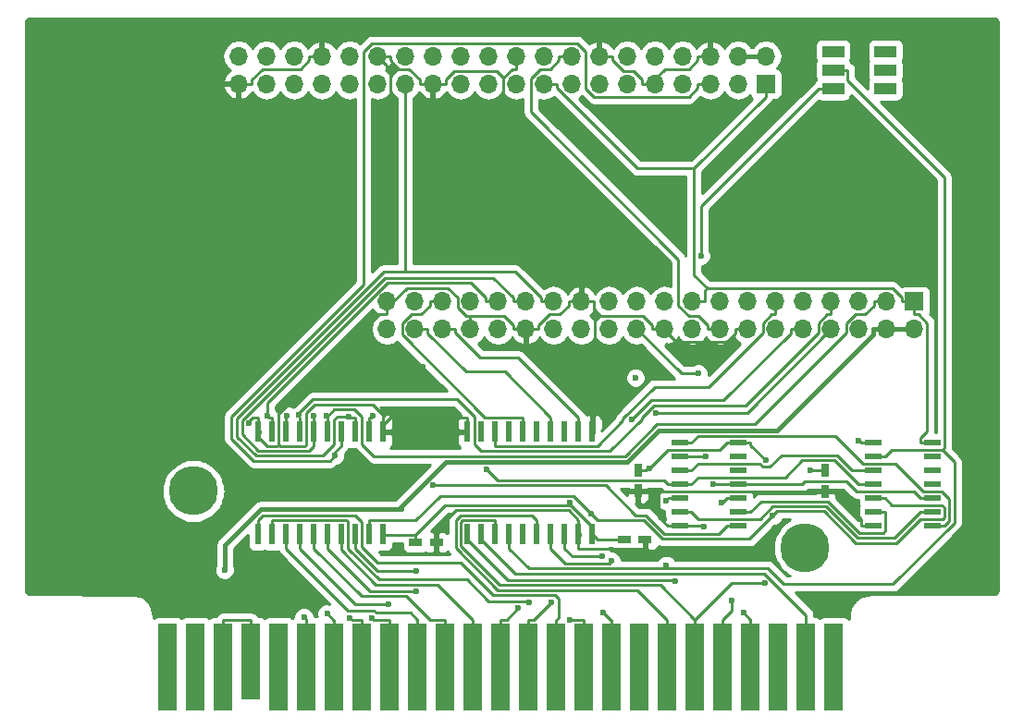
<source format=gbr>
G04 #@! TF.FileFunction,Copper,L1,Top,Mixed*
%FSLAX46Y46*%
G04 Gerber Fmt 4.6, Leading zero omitted, Abs format (unit mm)*
G04 Created by KiCad (PCBNEW 4.0.7) date 04/25/18 01:36:30*
%MOMM*%
%LPD*%
G01*
G04 APERTURE LIST*
%ADD10C,0.100000*%
%ADD11C,4.500000*%
%ADD12R,1.800000X8.000000*%
%ADD13R,1.800000X7.000000*%
%ADD14R,1.700000X1.700000*%
%ADD15O,1.700000X1.700000*%
%ADD16R,0.600000X1.950000*%
%ADD17R,1.200000X0.750000*%
%ADD18R,2.000000X1.100000*%
%ADD19R,1.500000X0.600000*%
%ADD20R,0.750000X1.200000*%
%ADD21C,0.600000*%
%ADD22C,0.250000*%
%ADD23C,0.400000*%
%ADD24C,0.254000*%
G04 APERTURE END LIST*
D10*
D11*
X185333640Y-98897440D03*
D12*
X187949840Y-109827440D03*
X185409840Y-109827440D03*
X182869840Y-109827440D03*
X180329840Y-109827440D03*
X177789840Y-109827440D03*
X175249840Y-109827440D03*
X172709840Y-109827440D03*
X170169840Y-109827440D03*
X167629840Y-109827440D03*
X165089840Y-109827440D03*
X162549840Y-109827440D03*
X160009840Y-109827440D03*
X157469840Y-109827440D03*
X154929840Y-109827440D03*
X152389840Y-109827440D03*
X149849840Y-109827440D03*
X147309840Y-109827440D03*
X144769840Y-109827440D03*
X142229840Y-109827440D03*
X139689840Y-109827440D03*
X137149840Y-109827440D03*
D13*
X134604760Y-109334680D03*
D12*
X132069840Y-109827440D03*
X129529840Y-109827440D03*
X126989840Y-109827440D03*
D11*
X129334260Y-93695520D03*
D14*
X181737000Y-56388000D03*
D15*
X181737000Y-53848000D03*
X179197000Y-56388000D03*
X179197000Y-53848000D03*
X176657000Y-56388000D03*
X176657000Y-53848000D03*
X174117000Y-56388000D03*
X174117000Y-53848000D03*
X171577000Y-56388000D03*
X171577000Y-53848000D03*
X169037000Y-56388000D03*
X169037000Y-53848000D03*
X166497000Y-56388000D03*
X166497000Y-53848000D03*
X163957000Y-56388000D03*
X163957000Y-53848000D03*
X161417000Y-56388000D03*
X161417000Y-53848000D03*
X158877000Y-56388000D03*
X158877000Y-53848000D03*
X156337000Y-56388000D03*
X156337000Y-53848000D03*
X153797000Y-56388000D03*
X153797000Y-53848000D03*
X151257000Y-56388000D03*
X151257000Y-53848000D03*
X148717000Y-56388000D03*
X148717000Y-53848000D03*
X146177000Y-56388000D03*
X146177000Y-53848000D03*
X143637000Y-56388000D03*
X143637000Y-53848000D03*
X141097000Y-56388000D03*
X141097000Y-53848000D03*
X138557000Y-56388000D03*
X138557000Y-53848000D03*
X136017000Y-56388000D03*
X136017000Y-53848000D03*
X133477000Y-56388000D03*
X133477000Y-53848000D03*
D14*
X195326000Y-76327000D03*
D15*
X195326000Y-78867000D03*
X192786000Y-76327000D03*
X192786000Y-78867000D03*
X190246000Y-76327000D03*
X190246000Y-78867000D03*
X187706000Y-76327000D03*
X187706000Y-78867000D03*
X185166000Y-76327000D03*
X185166000Y-78867000D03*
X182626000Y-76327000D03*
X182626000Y-78867000D03*
X180086000Y-76327000D03*
X180086000Y-78867000D03*
X177546000Y-76327000D03*
X177546000Y-78867000D03*
X175006000Y-76327000D03*
X175006000Y-78867000D03*
X172466000Y-76327000D03*
X172466000Y-78867000D03*
X169926000Y-76327000D03*
X169926000Y-78867000D03*
X167386000Y-76327000D03*
X167386000Y-78867000D03*
X164846000Y-76327000D03*
X164846000Y-78867000D03*
X162306000Y-76327000D03*
X162306000Y-78867000D03*
X159766000Y-76327000D03*
X159766000Y-78867000D03*
X157226000Y-76327000D03*
X157226000Y-78867000D03*
X154686000Y-76327000D03*
X154686000Y-78867000D03*
X152146000Y-76327000D03*
X152146000Y-78867000D03*
X149606000Y-76327000D03*
X149606000Y-78867000D03*
X147066000Y-76327000D03*
X147066000Y-78867000D03*
D16*
X165862000Y-88264000D03*
X164592000Y-88264000D03*
X163322000Y-88264000D03*
X162052000Y-88264000D03*
X160782000Y-88264000D03*
X159512000Y-88264000D03*
X158242000Y-88264000D03*
X156972000Y-88264000D03*
X155702000Y-88264000D03*
X154432000Y-88264000D03*
X154432000Y-97664000D03*
X155702000Y-97664000D03*
X156972000Y-97664000D03*
X158242000Y-97664000D03*
X159512000Y-97664000D03*
X160782000Y-97664000D03*
X162052000Y-97664000D03*
X163322000Y-97664000D03*
X164592000Y-97664000D03*
X165862000Y-97664000D03*
X146685000Y-88264000D03*
X145415000Y-88264000D03*
X144145000Y-88264000D03*
X142875000Y-88264000D03*
X141605000Y-88264000D03*
X140335000Y-88264000D03*
X139065000Y-88264000D03*
X137795000Y-88264000D03*
X136525000Y-88264000D03*
X135255000Y-88264000D03*
X135255000Y-97664000D03*
X136525000Y-97664000D03*
X137795000Y-97664000D03*
X139065000Y-97664000D03*
X140335000Y-97664000D03*
X141605000Y-97664000D03*
X142875000Y-97664000D03*
X144145000Y-97664000D03*
X145415000Y-97664000D03*
X146685000Y-97664000D03*
D17*
X149672000Y-98425000D03*
X151572000Y-98425000D03*
X168788000Y-98171000D03*
X170688000Y-98171000D03*
D18*
X187884000Y-53418000D03*
X187884000Y-55118000D03*
X187884000Y-56818000D03*
X192684000Y-56818000D03*
X192684000Y-55118000D03*
X192684000Y-53418000D03*
D19*
X173830000Y-89281000D03*
X173830000Y-90551000D03*
X173830000Y-91821000D03*
X173830000Y-93091000D03*
X173830000Y-94361000D03*
X173830000Y-95631000D03*
X173830000Y-96901000D03*
X179230000Y-96901000D03*
X179230000Y-95631000D03*
X179230000Y-94361000D03*
X179230000Y-93091000D03*
X179230000Y-91821000D03*
X179230000Y-90551000D03*
X179230000Y-89281000D03*
D20*
X170053000Y-91760000D03*
X170053000Y-93660000D03*
X187198000Y-91821000D03*
X187198000Y-93721000D03*
D19*
X191577000Y-89281000D03*
X191577000Y-90551000D03*
X191577000Y-91821000D03*
X191577000Y-93091000D03*
X191577000Y-94361000D03*
X191577000Y-95631000D03*
X191577000Y-96901000D03*
X196977000Y-96901000D03*
X196977000Y-95631000D03*
X196977000Y-94361000D03*
X196977000Y-93091000D03*
X196977000Y-91821000D03*
X196977000Y-90551000D03*
X196977000Y-89281000D03*
D21*
X169799000Y-83312000D03*
X146050000Y-82994500D03*
X150368000Y-82296000D03*
X162623500Y-59944000D03*
X171577000Y-56388000D03*
X172974000Y-59944000D03*
X185674000Y-71882000D03*
X182626000Y-58674000D03*
X190627000Y-66548000D03*
X152554200Y-96248900D03*
X134414600Y-87509700D03*
X176039400Y-96978700D03*
X169152000Y-93660000D03*
X148375500Y-95357000D03*
X132186100Y-100944700D03*
X142316000Y-90446600D03*
X139014600Y-86756500D03*
X136091800Y-86770200D03*
X137914600Y-86784700D03*
X143565100Y-86844500D03*
X145779800Y-86758200D03*
X141547300Y-86786200D03*
X140335000Y-86786000D03*
X179683800Y-104858000D03*
X178602100Y-103774600D03*
X172632700Y-100495200D03*
X172567300Y-94595800D03*
X190164400Y-89063300D03*
X181633700Y-102165500D03*
X167589900Y-100134200D03*
X166789500Y-99683900D03*
X166839500Y-104865200D03*
X163821100Y-105488300D03*
X160048500Y-103877000D03*
X162112300Y-103875100D03*
X159057700Y-104445800D03*
X149726500Y-100992500D03*
X149773500Y-102885800D03*
X147206400Y-104050300D03*
X145657300Y-105322300D03*
X143678800Y-105319700D03*
X141565900Y-104956000D03*
X139451200Y-105299500D03*
X171040000Y-91613700D03*
X163769400Y-94751100D03*
X185834500Y-91820900D03*
X181702000Y-90868800D03*
X169473600Y-87137100D03*
X171704600Y-86510100D03*
X173444500Y-101946700D03*
X175545600Y-82939800D03*
X176934300Y-93091000D03*
X192709800Y-56845200D03*
X192557400Y-55143400D03*
X192608200Y-53390800D03*
X165771100Y-95781900D03*
X182367700Y-95971800D03*
X156195300Y-91725700D03*
X176266900Y-90551000D03*
X151299300Y-93185000D03*
X177648800Y-94785900D03*
X175784100Y-72133300D03*
D22*
X147026999Y-55078999D02*
X147352001Y-55404001D01*
X147352001Y-55404001D02*
X147352001Y-59340499D01*
X146177000Y-53848000D02*
X147026999Y-54697999D01*
X147026999Y-54697999D02*
X147026999Y-55078999D01*
X149606000Y-82296000D02*
X148907500Y-82994500D01*
X146050000Y-82994500D02*
X148907500Y-82994500D01*
X150368000Y-82296000D02*
X149606000Y-82296000D01*
X185674000Y-71882000D02*
X185674000Y-71501000D01*
X185674000Y-71501000D02*
X190627000Y-66548000D01*
X139921700Y-54215400D02*
X139921700Y-53848000D01*
X139113800Y-55023300D02*
X139921700Y-54215400D01*
X135649600Y-55023300D02*
X139113800Y-55023300D01*
X134652300Y-56020600D02*
X135649600Y-55023300D01*
X134652300Y-56388000D02*
X134652300Y-56020600D01*
X133477000Y-56388000D02*
X134652300Y-56388000D01*
X141097000Y-53848000D02*
X139921700Y-53848000D01*
X147066000Y-76327000D02*
X147066000Y-76914600D01*
X147066000Y-76914600D02*
X147066000Y-77502300D01*
X151572000Y-98425000D02*
X151572000Y-97724700D01*
X170401700Y-56020600D02*
X170401700Y-56388000D01*
X169593800Y-55212700D02*
X170401700Y-56020600D01*
X168669600Y-55212700D02*
X169593800Y-55212700D01*
X167672300Y-54215400D02*
X168669600Y-55212700D01*
X167672300Y-53848000D02*
X167672300Y-54215400D01*
X166497000Y-53848000D02*
X167672300Y-53848000D01*
X170989400Y-56388000D02*
X171108500Y-56388000D01*
X170989400Y-56388000D02*
X170401700Y-56388000D01*
X171577000Y-56388000D02*
X171108500Y-56388000D01*
X175481700Y-54215400D02*
X175481700Y-53848000D01*
X174673800Y-55023300D02*
X175481700Y-54215400D01*
X172473200Y-55023300D02*
X174673800Y-55023300D01*
X171108500Y-56388000D02*
X172473200Y-55023300D01*
X176657000Y-53848000D02*
X175481700Y-53848000D01*
X137030200Y-89564300D02*
X137160000Y-89434500D01*
X136090200Y-89564300D02*
X137030200Y-89564300D01*
X135255000Y-88729100D02*
X136090200Y-89564300D01*
X135255000Y-88264000D02*
X135255000Y-88729100D01*
X146685000Y-88264000D02*
X146685000Y-87613800D01*
X146685000Y-87613800D02*
X146685000Y-86963700D01*
X147335100Y-86963700D02*
X154432000Y-86963700D01*
X146685000Y-87613800D02*
X147335100Y-86963700D01*
X154432000Y-88264000D02*
X154432000Y-86963700D01*
X165862000Y-88264000D02*
X165862000Y-86963700D01*
X135255000Y-88264000D02*
X135255000Y-86963700D01*
X171878400Y-78867000D02*
X172357300Y-78867000D01*
X171878400Y-78867000D02*
X171290700Y-78867000D01*
X172466000Y-78867000D02*
X172357300Y-78867000D01*
X178910700Y-79234400D02*
X178910700Y-78867000D01*
X178102800Y-80042300D02*
X178910700Y-79234400D01*
X173532600Y-80042300D02*
X178102800Y-80042300D01*
X172357300Y-78867000D02*
X173532600Y-80042300D01*
X180086000Y-78867000D02*
X178910700Y-78867000D01*
X137160000Y-86650000D02*
X137160000Y-89434500D01*
X146307700Y-77502300D02*
X137160000Y-86650000D01*
X147066000Y-77502300D02*
X146307700Y-77502300D01*
X147352300Y-54215400D02*
X147352300Y-53848000D01*
X148160200Y-55023300D02*
X147352300Y-54215400D01*
X149084400Y-55023300D02*
X148160200Y-55023300D01*
X150081700Y-56020600D02*
X149084400Y-55023300D01*
X150081700Y-56388000D02*
X150081700Y-56020600D01*
X151257000Y-56388000D02*
X150081700Y-56388000D01*
X146177000Y-53848000D02*
X147352300Y-53848000D01*
X158877000Y-53848000D02*
X158877000Y-55023300D01*
X151257000Y-56388000D02*
X152432300Y-56388000D01*
X152432300Y-56020600D02*
X152432300Y-56388000D01*
X153240200Y-55212700D02*
X152432300Y-56020600D01*
X157067500Y-55212700D02*
X153240200Y-55212700D01*
X157693900Y-55839100D02*
X157067500Y-55212700D01*
X157693900Y-67999600D02*
X157693900Y-55839100D01*
X164846000Y-75151700D02*
X157693900Y-67999600D01*
X158509700Y-55023300D02*
X158877000Y-55023300D01*
X157693900Y-55839100D02*
X158509700Y-55023300D01*
X164846000Y-76327000D02*
X164846000Y-75151700D01*
X170595000Y-98964300D02*
X170688000Y-98871300D01*
X164592000Y-98964300D02*
X170595000Y-98964300D01*
X170688000Y-98171000D02*
X170688000Y-98871300D01*
X164592000Y-97664000D02*
X164592000Y-98964300D01*
X154686000Y-78867000D02*
X154686000Y-77804300D01*
X151572000Y-97231100D02*
X152554200Y-96248900D01*
X151572000Y-97724700D02*
X151572000Y-97231100D01*
X163685600Y-95457300D02*
X164592000Y-96363700D01*
X153345800Y-95457300D02*
X163685600Y-95457300D01*
X152554200Y-96248900D02*
X153345800Y-95457300D01*
X164592000Y-97664000D02*
X164592000Y-96363700D01*
X163670700Y-76694400D02*
X163670700Y-76327000D01*
X162862800Y-77502300D02*
X163670700Y-76694400D01*
X161938600Y-77502300D02*
X162862800Y-77502300D01*
X160941300Y-78499600D02*
X161938600Y-77502300D01*
X160941300Y-78867000D02*
X160941300Y-78499600D01*
X159766000Y-78867000D02*
X160941300Y-78867000D01*
X164846000Y-76327000D02*
X163670700Y-76327000D01*
X170482200Y-77691200D02*
X166210800Y-77691200D01*
X171290700Y-78499700D02*
X170482200Y-77691200D01*
X171290700Y-78867000D02*
X171290700Y-78499700D01*
X166116000Y-86709700D02*
X165862000Y-86963700D01*
X166116000Y-77786000D02*
X166116000Y-86709700D01*
X166210800Y-77691200D02*
X166116000Y-77786000D01*
X166021300Y-77501700D02*
X166021300Y-76327000D01*
X166210800Y-77691200D02*
X166021300Y-77501700D01*
X164846000Y-76327000D02*
X166021300Y-76327000D01*
X137295200Y-89569700D02*
X137160000Y-89434500D01*
X139532600Y-89569700D02*
X137295200Y-89569700D01*
X139690300Y-89412000D02*
X139532600Y-89569700D01*
X139690300Y-86529800D02*
X139690300Y-89412000D01*
X140459500Y-85760600D02*
X139690300Y-86529800D01*
X145723200Y-85760600D02*
X140459500Y-85760600D01*
X146685000Y-86722400D02*
X145723200Y-85760600D01*
X146685000Y-86963700D02*
X146685000Y-86722400D01*
X134414600Y-87315400D02*
X134414600Y-87509700D01*
X134766300Y-86963700D02*
X134414600Y-87315400D01*
X135255000Y-86963700D02*
X134766300Y-86963700D01*
X148880900Y-75099700D02*
X147066000Y-76914600D01*
X152642800Y-75099700D02*
X148880900Y-75099700D01*
X153510700Y-75967600D02*
X152642800Y-75099700D01*
X153510700Y-76883800D02*
X153510700Y-75967600D01*
X154318600Y-77691700D02*
X153510700Y-76883800D01*
X154686000Y-77691700D02*
X154318600Y-77691700D01*
X154686000Y-77804300D02*
X154686000Y-77691700D01*
X158590700Y-78499600D02*
X158590700Y-78867000D01*
X157782800Y-77691700D02*
X158590700Y-78499600D01*
X154686000Y-77691700D02*
X157782800Y-77691700D01*
X159766000Y-78867000D02*
X158590700Y-78867000D01*
X175961700Y-96901000D02*
X176039400Y-96978700D01*
X173830000Y-96901000D02*
X175961700Y-96901000D01*
X170053000Y-93660000D02*
X170753300Y-93660000D01*
X190501700Y-96324400D02*
X190501700Y-96901000D01*
X187898300Y-93721000D02*
X190501700Y-96324400D01*
X187198000Y-93721000D02*
X187898300Y-93721000D01*
X191577000Y-96901000D02*
X190501700Y-96901000D01*
X170053000Y-93660000D02*
X169352700Y-93660000D01*
X169352700Y-93660000D02*
X169152000Y-93660000D01*
X173830000Y-96901000D02*
X172754700Y-96901000D01*
X187198000Y-93721000D02*
X186497700Y-93721000D01*
X171929600Y-96075900D02*
X172754700Y-96901000D01*
X171929600Y-93726100D02*
X171929600Y-96075900D01*
X170819400Y-93726100D02*
X171929600Y-93726100D01*
X170753300Y-93660000D02*
X170819400Y-93726100D01*
X186492600Y-93726100D02*
X186497700Y-93721000D01*
X171929600Y-93726100D02*
X186492600Y-93726100D01*
D23*
X179197000Y-53848000D02*
X181737000Y-53848000D01*
X195326000Y-78867000D02*
X194075700Y-78867000D01*
X192786000Y-78867000D02*
X194075700Y-78867000D01*
X192786000Y-78867000D02*
X191535700Y-78867000D01*
X135493600Y-95357000D02*
X148375500Y-95357000D01*
X132186100Y-98664500D02*
X135493600Y-95357000D01*
X132186100Y-100944700D02*
X132186100Y-98664500D01*
X191535700Y-79385100D02*
X191535700Y-78867000D01*
X182790500Y-88130300D02*
X191535700Y-79385100D01*
X171950800Y-88130300D02*
X182790500Y-88130300D01*
X169055700Y-91025400D02*
X171950800Y-88130300D01*
X152433200Y-91025400D02*
X169055700Y-91025400D01*
X148375500Y-95083100D02*
X152433200Y-91025400D01*
X148375500Y-95357000D02*
X148375500Y-95083100D01*
D22*
X142875000Y-88264000D02*
X142875000Y-89564300D01*
X176657000Y-56388000D02*
X175481700Y-56388000D01*
X142316000Y-90123300D02*
X142316000Y-90446600D01*
X142875000Y-89564300D02*
X142316000Y-90123300D01*
X141838400Y-90924200D02*
X142316000Y-90446600D01*
X134861200Y-90924200D02*
X141838400Y-90924200D01*
X132835300Y-88898300D02*
X134861200Y-90924200D01*
X132835300Y-86850600D02*
X132835300Y-88898300D01*
X144907000Y-74778900D02*
X132835300Y-86850600D01*
X144907000Y-53447400D02*
X144907000Y-74778900D01*
X145710500Y-52643900D02*
X144907000Y-53447400D01*
X164448200Y-52643900D02*
X145710500Y-52643900D01*
X165227000Y-53422700D02*
X164448200Y-52643900D01*
X165227000Y-56787000D02*
X165227000Y-53422700D01*
X166003300Y-57563300D02*
X165227000Y-56787000D01*
X174673800Y-57563300D02*
X166003300Y-57563300D01*
X175481700Y-56755400D02*
X174673800Y-57563300D01*
X175481700Y-56388000D02*
X175481700Y-56755400D01*
X139065000Y-88264000D02*
X139065000Y-86963700D01*
X139014600Y-86913300D02*
X139014600Y-86756500D01*
X139065000Y-86963700D02*
X139014600Y-86913300D01*
X187706000Y-76327000D02*
X187706000Y-77502300D01*
X139014600Y-86539000D02*
X139014600Y-86756500D01*
X140251100Y-85302500D02*
X139014600Y-86539000D01*
X153461200Y-85302500D02*
X140251100Y-85302500D01*
X155057400Y-86898700D02*
X153461200Y-85302500D01*
X155057400Y-89430500D02*
X155057400Y-86898700D01*
X155676200Y-90049300D02*
X155057400Y-89430500D01*
X167461000Y-90049300D02*
X155676200Y-90049300D01*
X170354100Y-87156200D02*
X167461000Y-90049300D01*
X170354100Y-86976300D02*
X170354100Y-87156200D01*
X171495700Y-85834700D02*
X170354100Y-86976300D01*
X179864700Y-85834700D02*
X171495700Y-85834700D01*
X186530700Y-79168700D02*
X179864700Y-85834700D01*
X186530700Y-78310200D02*
X186530700Y-79168700D01*
X187338600Y-77502300D02*
X186530700Y-78310200D01*
X187706000Y-77502300D02*
X187338600Y-77502300D01*
X136525000Y-88264000D02*
X136525000Y-86963700D01*
X136285300Y-86963700D02*
X136091800Y-86770200D01*
X136525000Y-86963700D02*
X136285300Y-86963700D01*
X136091800Y-85638900D02*
X136091800Y-86770200D01*
X147088600Y-74642100D02*
X136091800Y-85638900D01*
X154733200Y-74642100D02*
X147088600Y-74642100D01*
X156050700Y-75959600D02*
X154733200Y-74642100D01*
X156050700Y-76327000D02*
X156050700Y-75959600D01*
X157226000Y-76327000D02*
X156050700Y-76327000D01*
X137795000Y-86904300D02*
X137914600Y-86784700D01*
X137795000Y-88264000D02*
X137795000Y-86904300D01*
X144145000Y-88264000D02*
X144145000Y-86963700D01*
X162306000Y-76327000D02*
X161130700Y-76327000D01*
X148717000Y-73626700D02*
X148717000Y-56388000D01*
X161130700Y-75959700D02*
X161130700Y-76327000D01*
X158797700Y-73626700D02*
X161130700Y-75959700D01*
X148717000Y-73626700D02*
X158797700Y-73626700D01*
X143565100Y-86904100D02*
X143565100Y-86844500D01*
X143624700Y-86963700D02*
X143565100Y-86904100D01*
X144145000Y-86963700D02*
X143624700Y-86963700D01*
X142496700Y-86904100D02*
X143565100Y-86904100D01*
X142238000Y-87162800D02*
X142496700Y-86904100D01*
X142238000Y-89435500D02*
X142238000Y-87162800D01*
X141199600Y-90473900D02*
X142238000Y-89435500D01*
X135061300Y-90473900D02*
X141199600Y-90473900D01*
X133309000Y-88721600D02*
X135061300Y-90473900D01*
X133309000Y-87052700D02*
X133309000Y-88721600D01*
X146735000Y-73626700D02*
X133309000Y-87052700D01*
X148717000Y-73626700D02*
X146735000Y-73626700D01*
X145415000Y-88264000D02*
X145415000Y-86963700D01*
X145574300Y-86963700D02*
X145415000Y-86963700D01*
X145779800Y-86758200D02*
X145574300Y-86963700D01*
X192786000Y-76327000D02*
X191610700Y-76327000D01*
X141605000Y-88264000D02*
X141605000Y-86843900D01*
X141605000Y-86843900D02*
X141547300Y-86786200D01*
X142233000Y-86215900D02*
X141605000Y-86843900D01*
X144099400Y-86215900D02*
X142233000Y-86215900D01*
X144770400Y-86886900D02*
X144099400Y-86215900D01*
X144770400Y-89397100D02*
X144770400Y-86886900D01*
X145872900Y-90499600D02*
X144770400Y-89397100D01*
X168838500Y-90499600D02*
X145872900Y-90499600D01*
X171789700Y-87548400D02*
X168838500Y-90499600D01*
X180705600Y-87548400D02*
X171789700Y-87548400D01*
X189070600Y-79183400D02*
X180705600Y-87548400D01*
X189070600Y-78341400D02*
X189070600Y-79183400D01*
X189909700Y-77502300D02*
X189070600Y-78341400D01*
X190802800Y-77502300D02*
X189909700Y-77502300D01*
X191610700Y-76694400D02*
X190802800Y-77502300D01*
X191610700Y-76327000D02*
X191610700Y-76694400D01*
X140335000Y-86786000D02*
X140335000Y-88264000D01*
X158590700Y-75959700D02*
X158590700Y-76327000D01*
X156775200Y-74144200D02*
X158590700Y-75959700D01*
X146890000Y-74144200D02*
X156775200Y-74144200D01*
X133789200Y-87245000D02*
X146890000Y-74144200D01*
X133789200Y-88533300D02*
X133789200Y-87245000D01*
X135279400Y-90023500D02*
X133789200Y-88533300D01*
X139875800Y-90023500D02*
X135279400Y-90023500D01*
X140335000Y-89564300D02*
X139875800Y-90023500D01*
X140335000Y-88264000D02*
X140335000Y-89564300D01*
X159766000Y-76327000D02*
X158590700Y-76327000D01*
X180329800Y-109827400D02*
X180329800Y-105502100D01*
X180327900Y-105502100D02*
X180329800Y-105502100D01*
X179683800Y-104858000D02*
X180327900Y-105502100D01*
X178602100Y-104689800D02*
X177789800Y-105502100D01*
X178602100Y-103774600D02*
X178602100Y-104689800D01*
X177789800Y-109827400D02*
X177789800Y-105502100D01*
X158242000Y-97664000D02*
X158242000Y-98964300D01*
X187884000Y-55118000D02*
X189209300Y-55118000D01*
X191577000Y-90551000D02*
X192652300Y-90551000D01*
X198062500Y-89740500D02*
X197877300Y-89925700D01*
X198062500Y-64927700D02*
X198062500Y-89740500D01*
X189209300Y-56074500D02*
X198062500Y-64927700D01*
X189209300Y-55118000D02*
X189209300Y-56074500D01*
X193277600Y-89925700D02*
X192652300Y-90551000D01*
X197877300Y-89925700D02*
X193277600Y-89925700D01*
X172632700Y-100495200D02*
X172632700Y-100740000D01*
X160037300Y-100759600D02*
X158242000Y-98964300D01*
X172613100Y-100759600D02*
X160037300Y-100759600D01*
X172632700Y-100740000D02*
X172613100Y-100759600D01*
X199021700Y-91070100D02*
X197877300Y-89925700D01*
X199021700Y-96593700D02*
X199021700Y-91070100D01*
X193373200Y-102242200D02*
X199021700Y-96593700D01*
X183384200Y-102242200D02*
X193373200Y-102242200D01*
X181882000Y-100740000D02*
X183384200Y-102242200D01*
X172632700Y-100740000D02*
X181882000Y-100740000D01*
X172754700Y-94408400D02*
X172754700Y-94361000D01*
X172567300Y-94595800D02*
X172754700Y-94408400D01*
X173830000Y-94361000D02*
X172754700Y-94361000D01*
X175249800Y-109827400D02*
X175249800Y-105502100D01*
X156972000Y-97664000D02*
X156972000Y-96363700D01*
X172083500Y-102335800D02*
X175249800Y-105502100D01*
X157368700Y-102335800D02*
X172083500Y-102335800D01*
X153791400Y-98758500D02*
X157368700Y-102335800D01*
X153791400Y-96535700D02*
X153791400Y-98758500D01*
X153963400Y-96363700D02*
X153791400Y-96535700D01*
X156972000Y-96363700D02*
X153963400Y-96363700D01*
X190284000Y-89063300D02*
X190164400Y-89063300D01*
X190501700Y-89281000D02*
X190284000Y-89063300D01*
X178586400Y-102165500D02*
X175249800Y-105502100D01*
X181633700Y-102165500D02*
X178586400Y-102165500D01*
X191577000Y-89281000D02*
X190501700Y-89281000D01*
X162052000Y-97664000D02*
X162052000Y-98964300D01*
X163397000Y-100309300D02*
X162052000Y-98964300D01*
X167414800Y-100309300D02*
X163397000Y-100309300D01*
X167589900Y-100134200D02*
X167414800Y-100309300D01*
X160782000Y-97664000D02*
X160782000Y-96363700D01*
X172709800Y-109827400D02*
X172709800Y-105502100D01*
X170000400Y-102792700D02*
X172709800Y-105502100D01*
X157188700Y-102792700D02*
X170000400Y-102792700D01*
X153341000Y-98945000D02*
X157188700Y-102792700D01*
X153341000Y-96339600D02*
X153341000Y-98945000D01*
X153770100Y-95910500D02*
X153341000Y-96339600D01*
X160328800Y-95910500D02*
X153770100Y-95910500D01*
X160782000Y-96363700D02*
X160328800Y-95910500D01*
X163322000Y-97664000D02*
X163322000Y-98964300D01*
X164041600Y-99683900D02*
X163322000Y-98964300D01*
X166789500Y-99683900D02*
X164041600Y-99683900D01*
X167629800Y-109827400D02*
X167629800Y-105502100D01*
X167476400Y-105502100D02*
X167629800Y-105502100D01*
X166839500Y-104865200D02*
X167476400Y-105502100D01*
X163834900Y-105502100D02*
X165089800Y-105502100D01*
X163821100Y-105488300D02*
X163834900Y-105502100D01*
X165089800Y-109827400D02*
X165089800Y-105502100D01*
X136525000Y-97664000D02*
X136525000Y-96363700D01*
X159950100Y-103778600D02*
X160048500Y-103877000D01*
X156375600Y-103778600D02*
X159950100Y-103778600D01*
X154407200Y-101810200D02*
X156375600Y-103778600D01*
X146331600Y-101810200D02*
X154407200Y-101810200D01*
X143510000Y-98988600D02*
X146331600Y-101810200D01*
X143510000Y-96530800D02*
X143510000Y-98988600D01*
X143342900Y-96363700D02*
X143510000Y-96530800D01*
X136525000Y-96363700D02*
X143342900Y-96363700D01*
X135255000Y-97664000D02*
X135255000Y-96363700D01*
X162549800Y-109827400D02*
X162549800Y-105502100D01*
X135706500Y-95912200D02*
X135255000Y-96363700D01*
X144132100Y-95912200D02*
X135706500Y-95912200D01*
X144770400Y-96550500D02*
X144132100Y-95912200D01*
X144770400Y-98800800D02*
X144770400Y-96550500D01*
X146205500Y-100235900D02*
X144770400Y-98800800D01*
X153770800Y-100235900D02*
X146205500Y-100235900D01*
X156784700Y-103249800D02*
X153770800Y-100235900D01*
X162444900Y-103249800D02*
X156784700Y-103249800D01*
X162741500Y-103546400D02*
X162444900Y-103249800D01*
X162741500Y-105310400D02*
X162741500Y-103546400D01*
X162549800Y-105502100D02*
X162741500Y-105310400D01*
X160485300Y-105502100D02*
X160009800Y-105502100D01*
X162112300Y-103875100D02*
X160485300Y-105502100D01*
X160009800Y-109827400D02*
X160009800Y-105502100D01*
X158001400Y-105502100D02*
X157469800Y-105502100D01*
X159057700Y-104445800D02*
X158001400Y-105502100D01*
X157469800Y-109827400D02*
X157469800Y-105502100D01*
X146173200Y-100992500D02*
X149726500Y-100992500D01*
X144145000Y-98964300D02*
X146173200Y-100992500D01*
X144145000Y-97664000D02*
X144145000Y-98964300D01*
X154929800Y-109827400D02*
X154929800Y-105502100D01*
X142875000Y-97664000D02*
X142875000Y-98964300D01*
X142875000Y-99084100D02*
X142875000Y-98964300D01*
X146051400Y-102260500D02*
X142875000Y-99084100D01*
X151688200Y-102260500D02*
X146051400Y-102260500D01*
X154929800Y-105502100D02*
X151688200Y-102260500D01*
X141605000Y-97664000D02*
X141605000Y-98964300D01*
X145526500Y-102885800D02*
X141605000Y-98964300D01*
X149773500Y-102885800D02*
X145526500Y-102885800D01*
X140335000Y-97664000D02*
X140335000Y-98964300D01*
X152389800Y-109827400D02*
X152389800Y-105502100D01*
X144706900Y-103336200D02*
X140335000Y-98964300D01*
X148809000Y-103336200D02*
X144706900Y-103336200D01*
X150974900Y-105502100D02*
X148809000Y-103336200D01*
X152389800Y-105502100D02*
X150974900Y-105502100D01*
X144151000Y-104050300D02*
X147206400Y-104050300D01*
X139065000Y-98964300D02*
X144151000Y-104050300D01*
X139065000Y-97664000D02*
X139065000Y-98964300D01*
X137795000Y-97664000D02*
X137795000Y-98964300D01*
X149849800Y-109827400D02*
X149849800Y-105502100D01*
X149213200Y-104865500D02*
X149849800Y-105502100D01*
X146108800Y-104865500D02*
X149213200Y-104865500D01*
X145881800Y-104638500D02*
X146108800Y-104865500D01*
X143469200Y-104638500D02*
X145881800Y-104638500D01*
X137795000Y-98964300D02*
X143469200Y-104638500D01*
X147309800Y-109827400D02*
X147309800Y-105502100D01*
X145837100Y-105502100D02*
X145657300Y-105322300D01*
X147309800Y-105502100D02*
X145837100Y-105502100D01*
X144769800Y-109827400D02*
X144769800Y-105502100D01*
X143861200Y-105502100D02*
X144769800Y-105502100D01*
X143678800Y-105319700D02*
X143861200Y-105502100D01*
X142229800Y-109827400D02*
X142229800Y-105502100D01*
X142112000Y-105502100D02*
X142229800Y-105502100D01*
X141565900Y-104956000D02*
X142112000Y-105502100D01*
X139689800Y-109827400D02*
X139689800Y-105502100D01*
X139653800Y-105502100D02*
X139689800Y-105502100D01*
X139451200Y-105299500D02*
X139653800Y-105502100D01*
X149672000Y-98425000D02*
X149672000Y-97724700D01*
X195326000Y-76327000D02*
X194150700Y-76327000D01*
X175006000Y-76327000D02*
X176181300Y-76327000D01*
X146745700Y-97724700D02*
X146685000Y-97664000D01*
X149672000Y-97724700D02*
X146745700Y-97724700D01*
X178692400Y-89281000D02*
X178154700Y-89281000D01*
X195693400Y-77502300D02*
X195326000Y-77502300D01*
X196501300Y-78310200D02*
X195693400Y-77502300D01*
X196501300Y-88212500D02*
X196501300Y-78310200D01*
X195901700Y-88812100D02*
X196501300Y-88212500D01*
X195901700Y-89281000D02*
X195901700Y-88812100D01*
X196977000Y-89281000D02*
X195901700Y-89281000D01*
X195326000Y-76327000D02*
X195326000Y-77502300D01*
X170053000Y-91760000D02*
X170753300Y-91760000D01*
X172747400Y-89906300D02*
X171040000Y-91613700D01*
X177529400Y-89906300D02*
X172747400Y-89906300D01*
X178154700Y-89281000D02*
X177529400Y-89906300D01*
X170899600Y-91613700D02*
X170753300Y-91760000D01*
X171040000Y-91613700D02*
X170899600Y-91613700D01*
X166369000Y-98171000D02*
X165862000Y-97664000D01*
X168788000Y-98171000D02*
X166369000Y-98171000D01*
X163769400Y-94751100D02*
X163769400Y-95006900D01*
X152389800Y-95006900D02*
X163769400Y-95006900D01*
X149672000Y-97724700D02*
X152389800Y-95006900D01*
X165862000Y-96983300D02*
X165862000Y-97664000D01*
X163885600Y-95006900D02*
X165862000Y-96983300D01*
X163769400Y-95006900D02*
X163885600Y-95006900D01*
X186497700Y-91820900D02*
X186497700Y-91821000D01*
X185834500Y-91820900D02*
X186497700Y-91820900D01*
X187198000Y-91821000D02*
X186497700Y-91821000D01*
X181737000Y-56388000D02*
X181737000Y-57563300D01*
X169983400Y-64146400D02*
X175153900Y-64146400D01*
X162592300Y-56755300D02*
X169983400Y-64146400D01*
X162592300Y-56388000D02*
X162592300Y-56755300D01*
X175153900Y-64146400D02*
X181737000Y-57563300D01*
X161417000Y-56388000D02*
X162592300Y-56388000D01*
X176181300Y-75310900D02*
X176375200Y-75117000D01*
X176181300Y-76327000D02*
X176181300Y-75310900D01*
X175153900Y-73895700D02*
X176375200Y-75117000D01*
X175153900Y-64146400D02*
X175153900Y-73895700D01*
X194150700Y-75959700D02*
X194150700Y-76327000D01*
X193308000Y-75117000D02*
X194150700Y-75959700D01*
X176375200Y-75117000D02*
X193308000Y-75117000D01*
X178692400Y-89281000D02*
X179230000Y-89281000D01*
X180305300Y-89472100D02*
X181702000Y-90868800D01*
X180305300Y-89281000D02*
X180305300Y-89472100D01*
X179230000Y-89281000D02*
X180305300Y-89281000D01*
X185166000Y-78867000D02*
X183990700Y-78867000D01*
X171226300Y-85384400D02*
X169473600Y-87137100D01*
X177840600Y-85384400D02*
X171226300Y-85384400D01*
X183990700Y-79234300D02*
X177840600Y-85384400D01*
X183990700Y-78867000D02*
X183990700Y-79234300D01*
X180062900Y-86510100D02*
X187706000Y-78867000D01*
X171704600Y-86510100D02*
X180062900Y-86510100D01*
X185409800Y-109827400D02*
X185409800Y-105502100D01*
X155702000Y-98159900D02*
X155702000Y-97664000D01*
X158797800Y-101255700D02*
X155702000Y-98159900D01*
X181608300Y-101255700D02*
X158797800Y-101255700D01*
X185409800Y-105057200D02*
X181608300Y-101255700D01*
X185409800Y-105502100D02*
X185409800Y-105057200D01*
X134597500Y-105502100D02*
X134604800Y-105509400D01*
X132069800Y-105502100D02*
X134597500Y-105502100D01*
X132069800Y-109827400D02*
X132069800Y-105502100D01*
X134604800Y-109334700D02*
X134604800Y-105509400D01*
X173383300Y-101885500D02*
X173444500Y-101946700D01*
X158153100Y-101885500D02*
X173383300Y-101885500D01*
X154432000Y-98164400D02*
X158153100Y-101885500D01*
X154432000Y-97664000D02*
X154432000Y-98164400D01*
X182258600Y-77502300D02*
X182626000Y-77502300D01*
X181450700Y-78310200D02*
X182258600Y-77502300D01*
X181450700Y-79177800D02*
X181450700Y-78310200D01*
X176472100Y-84156400D02*
X181450700Y-79177800D01*
X171538500Y-84156400D02*
X176472100Y-84156400D01*
X168640600Y-87054300D02*
X171538500Y-84156400D01*
X168640600Y-87248500D02*
X168640600Y-87054300D01*
X166324800Y-89564300D02*
X168640600Y-87248500D01*
X156972000Y-89564300D02*
X166324800Y-89564300D01*
X156972000Y-88264000D02*
X156972000Y-89564300D01*
X182626000Y-76327000D02*
X182626000Y-77502300D01*
X162781700Y-54215400D02*
X162781700Y-53848000D01*
X161973800Y-55023300D02*
X162781700Y-54215400D01*
X161080700Y-55023300D02*
X161973800Y-55023300D01*
X160241600Y-55862400D02*
X161080700Y-55023300D01*
X160241600Y-58978600D02*
X160241600Y-55862400D01*
X173736000Y-72473000D02*
X160241600Y-58978600D01*
X173736000Y-76758000D02*
X173736000Y-72473000D01*
X174669700Y-77691700D02*
X173736000Y-76758000D01*
X175562800Y-77691700D02*
X174669700Y-77691700D01*
X176370700Y-78499600D02*
X175562800Y-77691700D01*
X176370700Y-78867000D02*
X176370700Y-78499600D01*
X177546000Y-78867000D02*
X176370700Y-78867000D01*
X163957000Y-53848000D02*
X162781700Y-53848000D01*
X179230000Y-93091000D02*
X178154700Y-93091000D01*
X173998800Y-82939800D02*
X175545600Y-82939800D01*
X169926000Y-78867000D02*
X173998800Y-82939800D01*
X178154700Y-93091000D02*
X176934300Y-93091000D01*
X185017900Y-93091000D02*
X179230000Y-93091000D01*
X185313300Y-92795600D02*
X185017900Y-93091000D01*
X189096600Y-92795600D02*
X185313300Y-92795600D01*
X190036700Y-93735700D02*
X189096600Y-92795600D01*
X195276400Y-93735700D02*
X190036700Y-93735700D01*
X195901700Y-94361000D02*
X195276400Y-93735700D01*
X196977000Y-94361000D02*
X195901700Y-94361000D01*
X150970700Y-76694400D02*
X150970700Y-76327000D01*
X150162800Y-77502300D02*
X150970700Y-76694400D01*
X149269700Y-77502300D02*
X150162800Y-77502300D01*
X148430600Y-78341400D02*
X149269700Y-77502300D01*
X148430600Y-79386700D02*
X148430600Y-78341400D01*
X156007600Y-86963700D02*
X148430600Y-79386700D01*
X159512000Y-86963700D02*
X156007600Y-86963700D01*
X159512000Y-88264000D02*
X159512000Y-86963700D01*
X152146000Y-76327000D02*
X150970700Y-76327000D01*
X153321300Y-79199400D02*
X153321300Y-78867000D01*
X155578200Y-81456300D02*
X153321300Y-79199400D01*
X159084600Y-81456300D02*
X155578200Y-81456300D01*
X164592000Y-86963700D02*
X159084600Y-81456300D01*
X164592000Y-88264000D02*
X164592000Y-86963700D01*
X152146000Y-78867000D02*
X153321300Y-78867000D01*
X150781300Y-79234300D02*
X150781300Y-78867000D01*
X154323900Y-82776900D02*
X150781300Y-79234300D01*
X157865200Y-82776900D02*
X154323900Y-82776900D01*
X162052000Y-86963700D02*
X157865200Y-82776900D01*
X162052000Y-88264000D02*
X162052000Y-86963700D01*
X149606000Y-78867000D02*
X150781300Y-78867000D01*
X192709800Y-56845200D02*
X192684000Y-56819400D01*
X192684000Y-56819400D02*
X192684000Y-56818000D01*
X192557400Y-55143400D02*
X192582800Y-55118000D01*
X192582800Y-55118000D02*
X192684000Y-55118000D01*
X192635400Y-53418000D02*
X192684000Y-53418000D01*
X192608200Y-53390800D02*
X192635400Y-53418000D01*
X145415000Y-97664000D02*
X145415000Y-96363700D01*
X149667200Y-96363700D02*
X145415000Y-96363700D01*
X151905100Y-94125800D02*
X149667200Y-96363700D01*
X164115000Y-94125800D02*
X151905100Y-94125800D01*
X165771100Y-95781900D02*
X164115000Y-94125800D01*
X191577000Y-94361000D02*
X192652300Y-94361000D01*
X180253800Y-98085700D02*
X182367700Y-95971800D01*
X172295000Y-98085700D02*
X180253800Y-98085700D01*
X170572900Y-96363600D02*
X172295000Y-98085700D01*
X166352800Y-96363600D02*
X170572900Y-96363600D01*
X165771100Y-95781900D02*
X166352800Y-96363600D01*
X193277600Y-94986300D02*
X192652300Y-94361000D01*
X197850500Y-94986300D02*
X193277600Y-94986300D01*
X198052400Y-95188200D02*
X197850500Y-94986300D01*
X198052400Y-96122900D02*
X198052400Y-95188200D01*
X197907300Y-96268000D02*
X198052400Y-96122900D01*
X195901600Y-96268000D02*
X197907300Y-96268000D01*
X193708000Y-98461600D02*
X195901600Y-96268000D01*
X189970900Y-98461600D02*
X193708000Y-98461600D01*
X187061500Y-95552200D02*
X189970900Y-98461600D01*
X182787300Y-95552200D02*
X187061500Y-95552200D01*
X182367700Y-95971800D02*
X182787300Y-95552200D01*
X173830000Y-93091000D02*
X172754700Y-93091000D01*
X173830000Y-93091000D02*
X174905300Y-93091000D01*
X157204200Y-92734600D02*
X156195300Y-91725700D01*
X172398300Y-92734600D02*
X157204200Y-92734600D01*
X172754700Y-93091000D02*
X172398300Y-92734600D01*
X191577000Y-93091000D02*
X190501700Y-93091000D01*
X190227300Y-93091000D02*
X190501700Y-93091000D01*
X188031900Y-90895600D02*
X190227300Y-93091000D01*
X185057000Y-90895600D02*
X188031900Y-90895600D01*
X183486900Y-92465700D02*
X185057000Y-90895600D01*
X175530600Y-92465700D02*
X183486900Y-92465700D01*
X174905300Y-93091000D02*
X175530600Y-92465700D01*
X173830000Y-91821000D02*
X174905300Y-91821000D01*
X189594200Y-91821000D02*
X191577000Y-91821000D01*
X188218400Y-90445200D02*
X189594200Y-91821000D01*
X183162900Y-90445200D02*
X188218400Y-90445200D01*
X182114000Y-91494100D02*
X183162900Y-90445200D01*
X181443000Y-91494100D02*
X182114000Y-91494100D01*
X181144600Y-91195700D02*
X181443000Y-91494100D01*
X175530600Y-91195700D02*
X181144600Y-91195700D01*
X174905300Y-91821000D02*
X175530600Y-91195700D01*
X196977000Y-95631000D02*
X195901700Y-95631000D01*
X173830000Y-95631000D02*
X174905300Y-95631000D01*
X175530600Y-96256300D02*
X174905300Y-95631000D01*
X181198900Y-96256300D02*
X175530600Y-96256300D01*
X182353400Y-95101800D02*
X181198900Y-96256300D01*
X187248000Y-95101800D02*
X182353400Y-95101800D01*
X190151200Y-98005000D02*
X187248000Y-95101800D01*
X193527700Y-98005000D02*
X190151200Y-98005000D01*
X195901700Y-95631000D02*
X193527700Y-98005000D01*
X173830000Y-90551000D02*
X176266900Y-90551000D01*
X179230000Y-96901000D02*
X178154700Y-96901000D01*
X167075800Y-93185000D02*
X151299300Y-93185000D01*
X169804100Y-95913300D02*
X167075800Y-93185000D01*
X170759500Y-95913300D02*
X169804100Y-95913300D01*
X172450200Y-97604000D02*
X170759500Y-95913300D01*
X177451700Y-97604000D02*
X172450200Y-97604000D01*
X178154700Y-96901000D02*
X177451700Y-97604000D01*
X179230000Y-94361000D02*
X178154700Y-94361000D01*
X177729800Y-94785900D02*
X177648800Y-94785900D01*
X178154700Y-94361000D02*
X177729800Y-94785900D01*
X175784100Y-67592600D02*
X186558700Y-56818000D01*
X175784100Y-72133300D02*
X175784100Y-67592600D01*
X187884000Y-56818000D02*
X186558700Y-56818000D01*
X175530600Y-88655700D02*
X174905300Y-89281000D01*
X188080900Y-88655700D02*
X175530600Y-88655700D01*
X190620800Y-91195600D02*
X188080900Y-88655700D01*
X193552100Y-91195600D02*
X190620800Y-91195600D01*
X196092100Y-93735600D02*
X193552100Y-91195600D01*
X197861700Y-93735600D02*
X196092100Y-93735600D01*
X198506400Y-94380300D02*
X197861700Y-93735600D01*
X198506400Y-96446900D02*
X198506400Y-94380300D01*
X198052300Y-96901000D02*
X198506400Y-96446900D01*
X196977000Y-96901000D02*
X198052300Y-96901000D01*
X173830000Y-89281000D02*
X174905300Y-89281000D01*
X191577000Y-95631000D02*
X192652300Y-95631000D01*
X179230000Y-95631000D02*
X180305300Y-95631000D01*
X181284800Y-94651500D02*
X180305300Y-95631000D01*
X187434600Y-94651500D02*
X181284800Y-94651500D01*
X190309400Y-97526300D02*
X187434600Y-94651500D01*
X192461800Y-97526300D02*
X190309400Y-97526300D01*
X192652300Y-97335800D02*
X192461800Y-97526300D01*
X192652300Y-95631000D02*
X192652300Y-97335800D01*
D24*
G36*
X202725377Y-50412811D02*
X202861341Y-50503658D01*
X202952189Y-50639622D01*
X202998000Y-50869931D01*
X202998000Y-102673069D01*
X202952189Y-102903378D01*
X202861341Y-103039342D01*
X202725377Y-103130189D01*
X202495073Y-103176000D01*
X191223900Y-103176000D01*
X191155313Y-103189643D01*
X191085385Y-103189643D01*
X190647978Y-103276649D01*
X190475584Y-103348057D01*
X190392038Y-103382663D01*
X190021222Y-103630433D01*
X189908004Y-103743652D01*
X189825333Y-103826323D01*
X189577562Y-104197138D01*
X189533488Y-104303543D01*
X189471548Y-104453079D01*
X189384543Y-104890485D01*
X189384543Y-104960413D01*
X189370900Y-105029000D01*
X189370900Y-105464533D01*
X189313930Y-105375999D01*
X189101730Y-105231009D01*
X188849840Y-105180000D01*
X187049840Y-105180000D01*
X186814523Y-105224278D01*
X186679263Y-105311316D01*
X186561730Y-105231009D01*
X186309840Y-105180000D01*
X186169800Y-105180000D01*
X186169800Y-105057200D01*
X186111948Y-104766361D01*
X185947201Y-104519799D01*
X184429602Y-103002200D01*
X193373200Y-103002200D01*
X193664039Y-102944348D01*
X193910601Y-102779601D01*
X199559101Y-97131101D01*
X199723848Y-96884540D01*
X199781700Y-96593700D01*
X199781700Y-91070100D01*
X199723848Y-90779261D01*
X199559101Y-90532699D01*
X198813276Y-89786874D01*
X198822500Y-89740500D01*
X198822500Y-64927700D01*
X198764648Y-64636861D01*
X198599901Y-64390299D01*
X192225042Y-58015440D01*
X193684000Y-58015440D01*
X193919317Y-57971162D01*
X194135441Y-57832090D01*
X194280431Y-57619890D01*
X194331440Y-57368000D01*
X194331440Y-56268000D01*
X194287162Y-56032683D01*
X194246519Y-55969522D01*
X194280431Y-55919890D01*
X194331440Y-55668000D01*
X194331440Y-54568000D01*
X194287162Y-54332683D01*
X194246519Y-54269522D01*
X194280431Y-54219890D01*
X194331440Y-53968000D01*
X194331440Y-52868000D01*
X194287162Y-52632683D01*
X194148090Y-52416559D01*
X193935890Y-52271569D01*
X193684000Y-52220560D01*
X191684000Y-52220560D01*
X191448683Y-52264838D01*
X191232559Y-52403910D01*
X191087569Y-52616110D01*
X191036560Y-52868000D01*
X191036560Y-53968000D01*
X191080838Y-54203317D01*
X191121481Y-54266478D01*
X191087569Y-54316110D01*
X191036560Y-54568000D01*
X191036560Y-55668000D01*
X191080838Y-55903317D01*
X191121481Y-55966478D01*
X191087569Y-56016110D01*
X191036560Y-56268000D01*
X191036560Y-56826958D01*
X189969300Y-55759698D01*
X189969300Y-55118000D01*
X189911448Y-54827161D01*
X189746701Y-54580599D01*
X189503196Y-54417894D01*
X189487162Y-54332683D01*
X189446519Y-54269522D01*
X189480431Y-54219890D01*
X189531440Y-53968000D01*
X189531440Y-52868000D01*
X189487162Y-52632683D01*
X189348090Y-52416559D01*
X189135890Y-52271569D01*
X188884000Y-52220560D01*
X186884000Y-52220560D01*
X186648683Y-52264838D01*
X186432559Y-52403910D01*
X186287569Y-52616110D01*
X186236560Y-52868000D01*
X186236560Y-53968000D01*
X186280838Y-54203317D01*
X186321481Y-54266478D01*
X186287569Y-54316110D01*
X186236560Y-54568000D01*
X186236560Y-55668000D01*
X186280838Y-55903317D01*
X186321481Y-55966478D01*
X186287569Y-56016110D01*
X186267294Y-56116230D01*
X186021299Y-56280599D01*
X175913900Y-66387998D01*
X175913900Y-64461202D01*
X182274401Y-58100701D01*
X182418234Y-57885440D01*
X182587000Y-57885440D01*
X182822317Y-57841162D01*
X183038441Y-57702090D01*
X183183431Y-57489890D01*
X183234440Y-57238000D01*
X183234440Y-55538000D01*
X183190162Y-55302683D01*
X183051090Y-55086559D01*
X182838890Y-54941569D01*
X182782546Y-54930159D01*
X182787054Y-54927147D01*
X183108961Y-54445378D01*
X183222000Y-53877093D01*
X183222000Y-53818907D01*
X183108961Y-53250622D01*
X182787054Y-52768853D01*
X182305285Y-52446946D01*
X181737000Y-52333907D01*
X181168715Y-52446946D01*
X180686946Y-52768853D01*
X180523813Y-53013000D01*
X180410187Y-53013000D01*
X180247054Y-52768853D01*
X179765285Y-52446946D01*
X179197000Y-52333907D01*
X178628715Y-52446946D01*
X178146946Y-52768853D01*
X177919298Y-53109553D01*
X177852183Y-52966642D01*
X177423924Y-52576355D01*
X177013890Y-52406524D01*
X176784000Y-52527845D01*
X176784000Y-53721000D01*
X176804000Y-53721000D01*
X176804000Y-53975000D01*
X176784000Y-53975000D01*
X176784000Y-53995000D01*
X176530000Y-53995000D01*
X176530000Y-53975000D01*
X176510000Y-53975000D01*
X176510000Y-53721000D01*
X176530000Y-53721000D01*
X176530000Y-52527845D01*
X176300110Y-52406524D01*
X175890076Y-52576355D01*
X175461817Y-52966642D01*
X175394702Y-53109553D01*
X175167054Y-52768853D01*
X174685285Y-52446946D01*
X174117000Y-52333907D01*
X173548715Y-52446946D01*
X173066946Y-52768853D01*
X172847000Y-53098026D01*
X172627054Y-52768853D01*
X172145285Y-52446946D01*
X171577000Y-52333907D01*
X171008715Y-52446946D01*
X170526946Y-52768853D01*
X170307000Y-53098026D01*
X170087054Y-52768853D01*
X169605285Y-52446946D01*
X169037000Y-52333907D01*
X168468715Y-52446946D01*
X167986946Y-52768853D01*
X167759298Y-53109553D01*
X167692183Y-52966642D01*
X167263924Y-52576355D01*
X166853890Y-52406524D01*
X166624000Y-52527845D01*
X166624000Y-53721000D01*
X166644000Y-53721000D01*
X166644000Y-53975000D01*
X166624000Y-53975000D01*
X166624000Y-53995000D01*
X166370000Y-53995000D01*
X166370000Y-53975000D01*
X166350000Y-53975000D01*
X166350000Y-53721000D01*
X166370000Y-53721000D01*
X166370000Y-52527845D01*
X166140110Y-52406524D01*
X165730076Y-52576355D01*
X165586397Y-52707295D01*
X164985601Y-52106499D01*
X164739039Y-51941752D01*
X164448200Y-51883900D01*
X145710500Y-51883900D01*
X145419661Y-51941752D01*
X145173099Y-52106499D01*
X144581364Y-52698234D01*
X144205285Y-52446946D01*
X143637000Y-52333907D01*
X143068715Y-52446946D01*
X142586946Y-52768853D01*
X142359298Y-53109553D01*
X142292183Y-52966642D01*
X141863924Y-52576355D01*
X141453890Y-52406524D01*
X141224000Y-52527845D01*
X141224000Y-53721000D01*
X141244000Y-53721000D01*
X141244000Y-53975000D01*
X141224000Y-53975000D01*
X141224000Y-53995000D01*
X140970000Y-53995000D01*
X140970000Y-53975000D01*
X140950000Y-53975000D01*
X140950000Y-53721000D01*
X140970000Y-53721000D01*
X140970000Y-52527845D01*
X140740110Y-52406524D01*
X140330076Y-52576355D01*
X139901817Y-52966642D01*
X139834702Y-53109553D01*
X139607054Y-52768853D01*
X139125285Y-52446946D01*
X138557000Y-52333907D01*
X137988715Y-52446946D01*
X137506946Y-52768853D01*
X137287000Y-53098026D01*
X137067054Y-52768853D01*
X136585285Y-52446946D01*
X136017000Y-52333907D01*
X135448715Y-52446946D01*
X134966946Y-52768853D01*
X134747000Y-53098026D01*
X134527054Y-52768853D01*
X134045285Y-52446946D01*
X133477000Y-52333907D01*
X132908715Y-52446946D01*
X132426946Y-52768853D01*
X132105039Y-53250622D01*
X131992000Y-53818907D01*
X131992000Y-53877093D01*
X132105039Y-54445378D01*
X132426946Y-54927147D01*
X132710101Y-55116345D01*
X132710076Y-55116355D01*
X132281817Y-55506642D01*
X132035514Y-56031108D01*
X132156181Y-56261000D01*
X133350000Y-56261000D01*
X133350000Y-56241000D01*
X133604000Y-56241000D01*
X133604000Y-56261000D01*
X133624000Y-56261000D01*
X133624000Y-56515000D01*
X133604000Y-56515000D01*
X133604000Y-57708155D01*
X133833890Y-57829476D01*
X134243924Y-57659645D01*
X134672183Y-57269358D01*
X134739298Y-57126447D01*
X134966946Y-57467147D01*
X135448715Y-57789054D01*
X136017000Y-57902093D01*
X136585285Y-57789054D01*
X137067054Y-57467147D01*
X137287000Y-57137974D01*
X137506946Y-57467147D01*
X137988715Y-57789054D01*
X138557000Y-57902093D01*
X139125285Y-57789054D01*
X139607054Y-57467147D01*
X139827000Y-57137974D01*
X140046946Y-57467147D01*
X140528715Y-57789054D01*
X141097000Y-57902093D01*
X141665285Y-57789054D01*
X142147054Y-57467147D01*
X142367000Y-57137974D01*
X142586946Y-57467147D01*
X143068715Y-57789054D01*
X143637000Y-57902093D01*
X144147000Y-57800648D01*
X144147000Y-74464098D01*
X132297899Y-86313199D01*
X132133152Y-86559761D01*
X132075300Y-86850600D01*
X132075300Y-88898300D01*
X132133152Y-89189139D01*
X132297899Y-89435701D01*
X134323799Y-91461601D01*
X134570360Y-91626348D01*
X134861200Y-91684200D01*
X141838400Y-91684200D01*
X142129239Y-91626348D01*
X142375801Y-91461601D01*
X142455680Y-91381722D01*
X142501167Y-91381762D01*
X142844943Y-91239717D01*
X143108192Y-90976927D01*
X143250838Y-90633399D01*
X143251161Y-90262941D01*
X143412401Y-90101701D01*
X143577148Y-89855140D01*
X143582509Y-89828188D01*
X143593110Y-89835431D01*
X143845000Y-89886440D01*
X144200886Y-89886440D01*
X144232999Y-89934501D01*
X145335499Y-91037001D01*
X145582060Y-91201748D01*
X145599415Y-91205200D01*
X145872900Y-91259600D01*
X151018132Y-91259600D01*
X147785066Y-94492666D01*
X147765466Y-94522000D01*
X135493600Y-94522000D01*
X135174059Y-94585561D01*
X134907666Y-94763559D01*
X134903166Y-94766566D01*
X131595666Y-98074066D01*
X131414661Y-98344959D01*
X131351100Y-98664500D01*
X131351100Y-100517466D01*
X131251262Y-100757901D01*
X131250938Y-101129867D01*
X131392983Y-101473643D01*
X131655773Y-101736892D01*
X131999301Y-101879538D01*
X132371267Y-101879862D01*
X132715043Y-101737817D01*
X132978292Y-101475027D01*
X133120938Y-101131499D01*
X133121262Y-100759533D01*
X133021100Y-100517122D01*
X133021100Y-99010368D01*
X134307560Y-97723908D01*
X134307560Y-98639000D01*
X134351838Y-98874317D01*
X134490910Y-99090441D01*
X134703110Y-99235431D01*
X134955000Y-99286440D01*
X135555000Y-99286440D01*
X135790317Y-99242162D01*
X135889528Y-99178322D01*
X135973110Y-99235431D01*
X136225000Y-99286440D01*
X136825000Y-99286440D01*
X137060317Y-99242162D01*
X137086872Y-99225074D01*
X137092852Y-99255139D01*
X137257599Y-99501701D01*
X141794359Y-104038461D01*
X141752699Y-104021162D01*
X141380733Y-104020838D01*
X141036957Y-104162883D01*
X140773708Y-104425673D01*
X140631062Y-104769201D01*
X140630738Y-105141167D01*
X140651983Y-105192584D01*
X140589840Y-105180000D01*
X140386305Y-105180000D01*
X140386362Y-105114333D01*
X140244317Y-104770557D01*
X139981527Y-104507308D01*
X139637999Y-104364662D01*
X139266033Y-104364338D01*
X138922257Y-104506383D01*
X138659008Y-104769173D01*
X138516362Y-105112701D01*
X138516243Y-105248910D01*
X138419263Y-105311316D01*
X138301730Y-105231009D01*
X138049840Y-105180000D01*
X136249840Y-105180000D01*
X136014523Y-105224278D01*
X135871190Y-105316511D01*
X135756650Y-105238249D01*
X135504760Y-105187240D01*
X135286020Y-105187240D01*
X135142201Y-104971999D01*
X135134901Y-104964699D01*
X134888339Y-104799952D01*
X134597500Y-104742100D01*
X132069800Y-104742100D01*
X131778961Y-104799952D01*
X131532399Y-104964699D01*
X131388540Y-105180000D01*
X131169840Y-105180000D01*
X130934523Y-105224278D01*
X130799263Y-105311316D01*
X130681730Y-105231009D01*
X130429840Y-105180000D01*
X128629840Y-105180000D01*
X128394523Y-105224278D01*
X128259263Y-105311316D01*
X128141730Y-105231009D01*
X127889840Y-105180000D01*
X126089840Y-105180000D01*
X125854523Y-105224278D01*
X125652600Y-105354212D01*
X125652600Y-105041700D01*
X125638957Y-104973113D01*
X125638957Y-104903185D01*
X125551951Y-104465778D01*
X125445937Y-104209838D01*
X125198167Y-103839022D01*
X125002278Y-103643134D01*
X125002277Y-103643133D01*
X124631462Y-103395362D01*
X124488631Y-103336200D01*
X124375521Y-103289348D01*
X123938115Y-103202343D01*
X123868662Y-103202343D01*
X123800562Y-103188701D01*
X114497409Y-103176095D01*
X114266622Y-103130189D01*
X114130658Y-103039341D01*
X114039811Y-102903377D01*
X113994000Y-102673073D01*
X113994000Y-93687900D01*
X126414082Y-93687900D01*
X126449112Y-93864009D01*
X126448761Y-94266864D01*
X126603958Y-94642470D01*
X126636561Y-94806376D01*
X126728595Y-94944114D01*
X126887050Y-95327606D01*
X127182782Y-95623855D01*
X127270126Y-95754574D01*
X127399704Y-95841155D01*
X127697905Y-96139877D01*
X128091161Y-96303172D01*
X128218324Y-96388139D01*
X128367011Y-96417715D01*
X128757880Y-96580018D01*
X129184836Y-96580390D01*
X129336800Y-96610618D01*
X129487438Y-96580654D01*
X129905604Y-96581019D01*
X130295486Y-96419923D01*
X130455276Y-96388139D01*
X130589555Y-96298416D01*
X130966346Y-96142730D01*
X131257418Y-95852165D01*
X131403474Y-95754574D01*
X131500213Y-95609794D01*
X131778617Y-95331875D01*
X131930805Y-94965367D01*
X132037039Y-94806376D01*
X132074017Y-94620473D01*
X132218758Y-94271900D01*
X132219090Y-93891145D01*
X132259518Y-93687900D01*
X132219443Y-93486430D01*
X132219759Y-93124176D01*
X132080203Y-92786425D01*
X132037039Y-92569424D01*
X131915192Y-92387068D01*
X131781470Y-92063434D01*
X131531898Y-91813426D01*
X131403474Y-91621226D01*
X131212953Y-91493924D01*
X130970615Y-91251163D01*
X130651030Y-91118459D01*
X130455276Y-90987661D01*
X130226388Y-90942132D01*
X129910640Y-90811022D01*
X129565741Y-90810721D01*
X129336800Y-90765182D01*
X129109858Y-90810324D01*
X128762916Y-90810021D01*
X128439441Y-90943678D01*
X128218324Y-90987661D01*
X128032509Y-91111819D01*
X127702174Y-91248310D01*
X127446989Y-91503050D01*
X127270126Y-91621226D01*
X127152982Y-91796545D01*
X126889903Y-92059165D01*
X126746093Y-92405498D01*
X126636561Y-92569424D01*
X126598435Y-92761097D01*
X126449762Y-93119140D01*
X126449421Y-93510240D01*
X126414082Y-93687900D01*
X113994000Y-93687900D01*
X113994000Y-56744892D01*
X132035514Y-56744892D01*
X132281817Y-57269358D01*
X132710076Y-57659645D01*
X133120110Y-57829476D01*
X133350000Y-57708155D01*
X133350000Y-56515000D01*
X132156181Y-56515000D01*
X132035514Y-56744892D01*
X113994000Y-56744892D01*
X113994000Y-50869927D01*
X114039811Y-50639623D01*
X114130658Y-50503659D01*
X114266622Y-50412811D01*
X114496931Y-50367000D01*
X202495073Y-50367000D01*
X202725377Y-50412811D01*
X202725377Y-50412811D01*
G37*
X202725377Y-50412811D02*
X202861341Y-50503658D01*
X202952189Y-50639622D01*
X202998000Y-50869931D01*
X202998000Y-102673069D01*
X202952189Y-102903378D01*
X202861341Y-103039342D01*
X202725377Y-103130189D01*
X202495073Y-103176000D01*
X191223900Y-103176000D01*
X191155313Y-103189643D01*
X191085385Y-103189643D01*
X190647978Y-103276649D01*
X190475584Y-103348057D01*
X190392038Y-103382663D01*
X190021222Y-103630433D01*
X189908004Y-103743652D01*
X189825333Y-103826323D01*
X189577562Y-104197138D01*
X189533488Y-104303543D01*
X189471548Y-104453079D01*
X189384543Y-104890485D01*
X189384543Y-104960413D01*
X189370900Y-105029000D01*
X189370900Y-105464533D01*
X189313930Y-105375999D01*
X189101730Y-105231009D01*
X188849840Y-105180000D01*
X187049840Y-105180000D01*
X186814523Y-105224278D01*
X186679263Y-105311316D01*
X186561730Y-105231009D01*
X186309840Y-105180000D01*
X186169800Y-105180000D01*
X186169800Y-105057200D01*
X186111948Y-104766361D01*
X185947201Y-104519799D01*
X184429602Y-103002200D01*
X193373200Y-103002200D01*
X193664039Y-102944348D01*
X193910601Y-102779601D01*
X199559101Y-97131101D01*
X199723848Y-96884540D01*
X199781700Y-96593700D01*
X199781700Y-91070100D01*
X199723848Y-90779261D01*
X199559101Y-90532699D01*
X198813276Y-89786874D01*
X198822500Y-89740500D01*
X198822500Y-64927700D01*
X198764648Y-64636861D01*
X198599901Y-64390299D01*
X192225042Y-58015440D01*
X193684000Y-58015440D01*
X193919317Y-57971162D01*
X194135441Y-57832090D01*
X194280431Y-57619890D01*
X194331440Y-57368000D01*
X194331440Y-56268000D01*
X194287162Y-56032683D01*
X194246519Y-55969522D01*
X194280431Y-55919890D01*
X194331440Y-55668000D01*
X194331440Y-54568000D01*
X194287162Y-54332683D01*
X194246519Y-54269522D01*
X194280431Y-54219890D01*
X194331440Y-53968000D01*
X194331440Y-52868000D01*
X194287162Y-52632683D01*
X194148090Y-52416559D01*
X193935890Y-52271569D01*
X193684000Y-52220560D01*
X191684000Y-52220560D01*
X191448683Y-52264838D01*
X191232559Y-52403910D01*
X191087569Y-52616110D01*
X191036560Y-52868000D01*
X191036560Y-53968000D01*
X191080838Y-54203317D01*
X191121481Y-54266478D01*
X191087569Y-54316110D01*
X191036560Y-54568000D01*
X191036560Y-55668000D01*
X191080838Y-55903317D01*
X191121481Y-55966478D01*
X191087569Y-56016110D01*
X191036560Y-56268000D01*
X191036560Y-56826958D01*
X189969300Y-55759698D01*
X189969300Y-55118000D01*
X189911448Y-54827161D01*
X189746701Y-54580599D01*
X189503196Y-54417894D01*
X189487162Y-54332683D01*
X189446519Y-54269522D01*
X189480431Y-54219890D01*
X189531440Y-53968000D01*
X189531440Y-52868000D01*
X189487162Y-52632683D01*
X189348090Y-52416559D01*
X189135890Y-52271569D01*
X188884000Y-52220560D01*
X186884000Y-52220560D01*
X186648683Y-52264838D01*
X186432559Y-52403910D01*
X186287569Y-52616110D01*
X186236560Y-52868000D01*
X186236560Y-53968000D01*
X186280838Y-54203317D01*
X186321481Y-54266478D01*
X186287569Y-54316110D01*
X186236560Y-54568000D01*
X186236560Y-55668000D01*
X186280838Y-55903317D01*
X186321481Y-55966478D01*
X186287569Y-56016110D01*
X186267294Y-56116230D01*
X186021299Y-56280599D01*
X175913900Y-66387998D01*
X175913900Y-64461202D01*
X182274401Y-58100701D01*
X182418234Y-57885440D01*
X182587000Y-57885440D01*
X182822317Y-57841162D01*
X183038441Y-57702090D01*
X183183431Y-57489890D01*
X183234440Y-57238000D01*
X183234440Y-55538000D01*
X183190162Y-55302683D01*
X183051090Y-55086559D01*
X182838890Y-54941569D01*
X182782546Y-54930159D01*
X182787054Y-54927147D01*
X183108961Y-54445378D01*
X183222000Y-53877093D01*
X183222000Y-53818907D01*
X183108961Y-53250622D01*
X182787054Y-52768853D01*
X182305285Y-52446946D01*
X181737000Y-52333907D01*
X181168715Y-52446946D01*
X180686946Y-52768853D01*
X180523813Y-53013000D01*
X180410187Y-53013000D01*
X180247054Y-52768853D01*
X179765285Y-52446946D01*
X179197000Y-52333907D01*
X178628715Y-52446946D01*
X178146946Y-52768853D01*
X177919298Y-53109553D01*
X177852183Y-52966642D01*
X177423924Y-52576355D01*
X177013890Y-52406524D01*
X176784000Y-52527845D01*
X176784000Y-53721000D01*
X176804000Y-53721000D01*
X176804000Y-53975000D01*
X176784000Y-53975000D01*
X176784000Y-53995000D01*
X176530000Y-53995000D01*
X176530000Y-53975000D01*
X176510000Y-53975000D01*
X176510000Y-53721000D01*
X176530000Y-53721000D01*
X176530000Y-52527845D01*
X176300110Y-52406524D01*
X175890076Y-52576355D01*
X175461817Y-52966642D01*
X175394702Y-53109553D01*
X175167054Y-52768853D01*
X174685285Y-52446946D01*
X174117000Y-52333907D01*
X173548715Y-52446946D01*
X173066946Y-52768853D01*
X172847000Y-53098026D01*
X172627054Y-52768853D01*
X172145285Y-52446946D01*
X171577000Y-52333907D01*
X171008715Y-52446946D01*
X170526946Y-52768853D01*
X170307000Y-53098026D01*
X170087054Y-52768853D01*
X169605285Y-52446946D01*
X169037000Y-52333907D01*
X168468715Y-52446946D01*
X167986946Y-52768853D01*
X167759298Y-53109553D01*
X167692183Y-52966642D01*
X167263924Y-52576355D01*
X166853890Y-52406524D01*
X166624000Y-52527845D01*
X166624000Y-53721000D01*
X166644000Y-53721000D01*
X166644000Y-53975000D01*
X166624000Y-53975000D01*
X166624000Y-53995000D01*
X166370000Y-53995000D01*
X166370000Y-53975000D01*
X166350000Y-53975000D01*
X166350000Y-53721000D01*
X166370000Y-53721000D01*
X166370000Y-52527845D01*
X166140110Y-52406524D01*
X165730076Y-52576355D01*
X165586397Y-52707295D01*
X164985601Y-52106499D01*
X164739039Y-51941752D01*
X164448200Y-51883900D01*
X145710500Y-51883900D01*
X145419661Y-51941752D01*
X145173099Y-52106499D01*
X144581364Y-52698234D01*
X144205285Y-52446946D01*
X143637000Y-52333907D01*
X143068715Y-52446946D01*
X142586946Y-52768853D01*
X142359298Y-53109553D01*
X142292183Y-52966642D01*
X141863924Y-52576355D01*
X141453890Y-52406524D01*
X141224000Y-52527845D01*
X141224000Y-53721000D01*
X141244000Y-53721000D01*
X141244000Y-53975000D01*
X141224000Y-53975000D01*
X141224000Y-53995000D01*
X140970000Y-53995000D01*
X140970000Y-53975000D01*
X140950000Y-53975000D01*
X140950000Y-53721000D01*
X140970000Y-53721000D01*
X140970000Y-52527845D01*
X140740110Y-52406524D01*
X140330076Y-52576355D01*
X139901817Y-52966642D01*
X139834702Y-53109553D01*
X139607054Y-52768853D01*
X139125285Y-52446946D01*
X138557000Y-52333907D01*
X137988715Y-52446946D01*
X137506946Y-52768853D01*
X137287000Y-53098026D01*
X137067054Y-52768853D01*
X136585285Y-52446946D01*
X136017000Y-52333907D01*
X135448715Y-52446946D01*
X134966946Y-52768853D01*
X134747000Y-53098026D01*
X134527054Y-52768853D01*
X134045285Y-52446946D01*
X133477000Y-52333907D01*
X132908715Y-52446946D01*
X132426946Y-52768853D01*
X132105039Y-53250622D01*
X131992000Y-53818907D01*
X131992000Y-53877093D01*
X132105039Y-54445378D01*
X132426946Y-54927147D01*
X132710101Y-55116345D01*
X132710076Y-55116355D01*
X132281817Y-55506642D01*
X132035514Y-56031108D01*
X132156181Y-56261000D01*
X133350000Y-56261000D01*
X133350000Y-56241000D01*
X133604000Y-56241000D01*
X133604000Y-56261000D01*
X133624000Y-56261000D01*
X133624000Y-56515000D01*
X133604000Y-56515000D01*
X133604000Y-57708155D01*
X133833890Y-57829476D01*
X134243924Y-57659645D01*
X134672183Y-57269358D01*
X134739298Y-57126447D01*
X134966946Y-57467147D01*
X135448715Y-57789054D01*
X136017000Y-57902093D01*
X136585285Y-57789054D01*
X137067054Y-57467147D01*
X137287000Y-57137974D01*
X137506946Y-57467147D01*
X137988715Y-57789054D01*
X138557000Y-57902093D01*
X139125285Y-57789054D01*
X139607054Y-57467147D01*
X139827000Y-57137974D01*
X140046946Y-57467147D01*
X140528715Y-57789054D01*
X141097000Y-57902093D01*
X141665285Y-57789054D01*
X142147054Y-57467147D01*
X142367000Y-57137974D01*
X142586946Y-57467147D01*
X143068715Y-57789054D01*
X143637000Y-57902093D01*
X144147000Y-57800648D01*
X144147000Y-74464098D01*
X132297899Y-86313199D01*
X132133152Y-86559761D01*
X132075300Y-86850600D01*
X132075300Y-88898300D01*
X132133152Y-89189139D01*
X132297899Y-89435701D01*
X134323799Y-91461601D01*
X134570360Y-91626348D01*
X134861200Y-91684200D01*
X141838400Y-91684200D01*
X142129239Y-91626348D01*
X142375801Y-91461601D01*
X142455680Y-91381722D01*
X142501167Y-91381762D01*
X142844943Y-91239717D01*
X143108192Y-90976927D01*
X143250838Y-90633399D01*
X143251161Y-90262941D01*
X143412401Y-90101701D01*
X143577148Y-89855140D01*
X143582509Y-89828188D01*
X143593110Y-89835431D01*
X143845000Y-89886440D01*
X144200886Y-89886440D01*
X144232999Y-89934501D01*
X145335499Y-91037001D01*
X145582060Y-91201748D01*
X145599415Y-91205200D01*
X145872900Y-91259600D01*
X151018132Y-91259600D01*
X147785066Y-94492666D01*
X147765466Y-94522000D01*
X135493600Y-94522000D01*
X135174059Y-94585561D01*
X134907666Y-94763559D01*
X134903166Y-94766566D01*
X131595666Y-98074066D01*
X131414661Y-98344959D01*
X131351100Y-98664500D01*
X131351100Y-100517466D01*
X131251262Y-100757901D01*
X131250938Y-101129867D01*
X131392983Y-101473643D01*
X131655773Y-101736892D01*
X131999301Y-101879538D01*
X132371267Y-101879862D01*
X132715043Y-101737817D01*
X132978292Y-101475027D01*
X133120938Y-101131499D01*
X133121262Y-100759533D01*
X133021100Y-100517122D01*
X133021100Y-99010368D01*
X134307560Y-97723908D01*
X134307560Y-98639000D01*
X134351838Y-98874317D01*
X134490910Y-99090441D01*
X134703110Y-99235431D01*
X134955000Y-99286440D01*
X135555000Y-99286440D01*
X135790317Y-99242162D01*
X135889528Y-99178322D01*
X135973110Y-99235431D01*
X136225000Y-99286440D01*
X136825000Y-99286440D01*
X137060317Y-99242162D01*
X137086872Y-99225074D01*
X137092852Y-99255139D01*
X137257599Y-99501701D01*
X141794359Y-104038461D01*
X141752699Y-104021162D01*
X141380733Y-104020838D01*
X141036957Y-104162883D01*
X140773708Y-104425673D01*
X140631062Y-104769201D01*
X140630738Y-105141167D01*
X140651983Y-105192584D01*
X140589840Y-105180000D01*
X140386305Y-105180000D01*
X140386362Y-105114333D01*
X140244317Y-104770557D01*
X139981527Y-104507308D01*
X139637999Y-104364662D01*
X139266033Y-104364338D01*
X138922257Y-104506383D01*
X138659008Y-104769173D01*
X138516362Y-105112701D01*
X138516243Y-105248910D01*
X138419263Y-105311316D01*
X138301730Y-105231009D01*
X138049840Y-105180000D01*
X136249840Y-105180000D01*
X136014523Y-105224278D01*
X135871190Y-105316511D01*
X135756650Y-105238249D01*
X135504760Y-105187240D01*
X135286020Y-105187240D01*
X135142201Y-104971999D01*
X135134901Y-104964699D01*
X134888339Y-104799952D01*
X134597500Y-104742100D01*
X132069800Y-104742100D01*
X131778961Y-104799952D01*
X131532399Y-104964699D01*
X131388540Y-105180000D01*
X131169840Y-105180000D01*
X130934523Y-105224278D01*
X130799263Y-105311316D01*
X130681730Y-105231009D01*
X130429840Y-105180000D01*
X128629840Y-105180000D01*
X128394523Y-105224278D01*
X128259263Y-105311316D01*
X128141730Y-105231009D01*
X127889840Y-105180000D01*
X126089840Y-105180000D01*
X125854523Y-105224278D01*
X125652600Y-105354212D01*
X125652600Y-105041700D01*
X125638957Y-104973113D01*
X125638957Y-104903185D01*
X125551951Y-104465778D01*
X125445937Y-104209838D01*
X125198167Y-103839022D01*
X125002278Y-103643134D01*
X125002277Y-103643133D01*
X124631462Y-103395362D01*
X124488631Y-103336200D01*
X124375521Y-103289348D01*
X123938115Y-103202343D01*
X123868662Y-103202343D01*
X123800562Y-103188701D01*
X114497409Y-103176095D01*
X114266622Y-103130189D01*
X114130658Y-103039341D01*
X114039811Y-102903377D01*
X113994000Y-102673073D01*
X113994000Y-93687900D01*
X126414082Y-93687900D01*
X126449112Y-93864009D01*
X126448761Y-94266864D01*
X126603958Y-94642470D01*
X126636561Y-94806376D01*
X126728595Y-94944114D01*
X126887050Y-95327606D01*
X127182782Y-95623855D01*
X127270126Y-95754574D01*
X127399704Y-95841155D01*
X127697905Y-96139877D01*
X128091161Y-96303172D01*
X128218324Y-96388139D01*
X128367011Y-96417715D01*
X128757880Y-96580018D01*
X129184836Y-96580390D01*
X129336800Y-96610618D01*
X129487438Y-96580654D01*
X129905604Y-96581019D01*
X130295486Y-96419923D01*
X130455276Y-96388139D01*
X130589555Y-96298416D01*
X130966346Y-96142730D01*
X131257418Y-95852165D01*
X131403474Y-95754574D01*
X131500213Y-95609794D01*
X131778617Y-95331875D01*
X131930805Y-94965367D01*
X132037039Y-94806376D01*
X132074017Y-94620473D01*
X132218758Y-94271900D01*
X132219090Y-93891145D01*
X132259518Y-93687900D01*
X132219443Y-93486430D01*
X132219759Y-93124176D01*
X132080203Y-92786425D01*
X132037039Y-92569424D01*
X131915192Y-92387068D01*
X131781470Y-92063434D01*
X131531898Y-91813426D01*
X131403474Y-91621226D01*
X131212953Y-91493924D01*
X130970615Y-91251163D01*
X130651030Y-91118459D01*
X130455276Y-90987661D01*
X130226388Y-90942132D01*
X129910640Y-90811022D01*
X129565741Y-90810721D01*
X129336800Y-90765182D01*
X129109858Y-90810324D01*
X128762916Y-90810021D01*
X128439441Y-90943678D01*
X128218324Y-90987661D01*
X128032509Y-91111819D01*
X127702174Y-91248310D01*
X127446989Y-91503050D01*
X127270126Y-91621226D01*
X127152982Y-91796545D01*
X126889903Y-92059165D01*
X126746093Y-92405498D01*
X126636561Y-92569424D01*
X126598435Y-92761097D01*
X126449762Y-93119140D01*
X126449421Y-93510240D01*
X126414082Y-93687900D01*
X113994000Y-93687900D01*
X113994000Y-56744892D01*
X132035514Y-56744892D01*
X132281817Y-57269358D01*
X132710076Y-57659645D01*
X133120110Y-57829476D01*
X133350000Y-57708155D01*
X133350000Y-56515000D01*
X132156181Y-56515000D01*
X132035514Y-56744892D01*
X113994000Y-56744892D01*
X113994000Y-50869927D01*
X114039811Y-50639623D01*
X114130658Y-50503659D01*
X114266622Y-50412811D01*
X114496931Y-50367000D01*
X202495073Y-50367000D01*
X202725377Y-50412811D01*
G36*
X183861997Y-96383936D02*
X183701554Y-96450230D01*
X183577611Y-96573957D01*
X183245060Y-96796160D01*
X183024797Y-97125807D01*
X182889283Y-97261085D01*
X182815205Y-97439485D01*
X182601665Y-97759070D01*
X182527335Y-98132750D01*
X182449142Y-98321060D01*
X182448963Y-98526756D01*
X182375734Y-98894900D01*
X182448323Y-99259830D01*
X182448141Y-99468784D01*
X182528639Y-99663605D01*
X182601665Y-100030730D01*
X182807807Y-100339244D01*
X182886430Y-100529526D01*
X183033167Y-100676519D01*
X183245060Y-100993640D01*
X183559411Y-101203683D01*
X183697285Y-101341797D01*
X183879108Y-101417297D01*
X183976243Y-101482200D01*
X183699002Y-101482200D01*
X182419401Y-100202599D01*
X182172839Y-100037852D01*
X181882000Y-99980000D01*
X173431495Y-99980000D01*
X173425817Y-99966257D01*
X173163027Y-99703008D01*
X172819499Y-99560362D01*
X172447533Y-99560038D01*
X172103757Y-99702083D01*
X171840508Y-99964873D01*
X171826088Y-99999600D01*
X168525018Y-99999600D01*
X168525062Y-99949033D01*
X168383017Y-99605257D01*
X168120227Y-99342008D01*
X167776699Y-99199362D01*
X167600901Y-99199209D01*
X167582617Y-99154957D01*
X167359050Y-98931000D01*
X167681156Y-98931000D01*
X167723910Y-98997441D01*
X167936110Y-99142431D01*
X168188000Y-99193440D01*
X169388000Y-99193440D01*
X169623317Y-99149162D01*
X169726646Y-99082671D01*
X169728302Y-99084327D01*
X169961691Y-99181000D01*
X170402250Y-99181000D01*
X170561000Y-99022250D01*
X170561000Y-98298000D01*
X170541000Y-98298000D01*
X170541000Y-98044000D01*
X170561000Y-98044000D01*
X170561000Y-98024000D01*
X170815000Y-98024000D01*
X170815000Y-98044000D01*
X170835000Y-98044000D01*
X170835000Y-98298000D01*
X170815000Y-98298000D01*
X170815000Y-99022250D01*
X170973750Y-99181000D01*
X171414309Y-99181000D01*
X171647698Y-99084327D01*
X171826327Y-98905699D01*
X171903110Y-98720329D01*
X172004160Y-98787848D01*
X172295000Y-98845700D01*
X180253800Y-98845700D01*
X180544639Y-98787848D01*
X180791201Y-98623101D01*
X182507380Y-96906922D01*
X182552867Y-96906962D01*
X182896643Y-96764917D01*
X183159892Y-96502127D01*
X183238757Y-96312200D01*
X183969358Y-96312200D01*
X183861997Y-96383936D01*
X183861997Y-96383936D01*
G37*
X183861997Y-96383936D02*
X183701554Y-96450230D01*
X183577611Y-96573957D01*
X183245060Y-96796160D01*
X183024797Y-97125807D01*
X182889283Y-97261085D01*
X182815205Y-97439485D01*
X182601665Y-97759070D01*
X182527335Y-98132750D01*
X182449142Y-98321060D01*
X182448963Y-98526756D01*
X182375734Y-98894900D01*
X182448323Y-99259830D01*
X182448141Y-99468784D01*
X182528639Y-99663605D01*
X182601665Y-100030730D01*
X182807807Y-100339244D01*
X182886430Y-100529526D01*
X183033167Y-100676519D01*
X183245060Y-100993640D01*
X183559411Y-101203683D01*
X183697285Y-101341797D01*
X183879108Y-101417297D01*
X183976243Y-101482200D01*
X183699002Y-101482200D01*
X182419401Y-100202599D01*
X182172839Y-100037852D01*
X181882000Y-99980000D01*
X173431495Y-99980000D01*
X173425817Y-99966257D01*
X173163027Y-99703008D01*
X172819499Y-99560362D01*
X172447533Y-99560038D01*
X172103757Y-99702083D01*
X171840508Y-99964873D01*
X171826088Y-99999600D01*
X168525018Y-99999600D01*
X168525062Y-99949033D01*
X168383017Y-99605257D01*
X168120227Y-99342008D01*
X167776699Y-99199362D01*
X167600901Y-99199209D01*
X167582617Y-99154957D01*
X167359050Y-98931000D01*
X167681156Y-98931000D01*
X167723910Y-98997441D01*
X167936110Y-99142431D01*
X168188000Y-99193440D01*
X169388000Y-99193440D01*
X169623317Y-99149162D01*
X169726646Y-99082671D01*
X169728302Y-99084327D01*
X169961691Y-99181000D01*
X170402250Y-99181000D01*
X170561000Y-99022250D01*
X170561000Y-98298000D01*
X170541000Y-98298000D01*
X170541000Y-98044000D01*
X170561000Y-98044000D01*
X170561000Y-98024000D01*
X170815000Y-98024000D01*
X170815000Y-98044000D01*
X170835000Y-98044000D01*
X170835000Y-98298000D01*
X170815000Y-98298000D01*
X170815000Y-99022250D01*
X170973750Y-99181000D01*
X171414309Y-99181000D01*
X171647698Y-99084327D01*
X171826327Y-98905699D01*
X171903110Y-98720329D01*
X172004160Y-98787848D01*
X172295000Y-98845700D01*
X180253800Y-98845700D01*
X180544639Y-98787848D01*
X180791201Y-98623101D01*
X182507380Y-96906922D01*
X182552867Y-96906962D01*
X182896643Y-96764917D01*
X183159892Y-96502127D01*
X183238757Y-96312200D01*
X183969358Y-96312200D01*
X183861997Y-96383936D01*
G36*
X152803599Y-95802199D02*
X152638852Y-96048761D01*
X152581000Y-96339600D01*
X152581000Y-97560975D01*
X152531698Y-97511673D01*
X152298309Y-97415000D01*
X151857750Y-97415000D01*
X151699000Y-97573750D01*
X151699000Y-98298000D01*
X151719000Y-98298000D01*
X151719000Y-98552000D01*
X151699000Y-98552000D01*
X151699000Y-99276250D01*
X151857750Y-99435000D01*
X152298309Y-99435000D01*
X152531698Y-99338327D01*
X152638078Y-99231948D01*
X152638852Y-99235839D01*
X152799255Y-99475900D01*
X146520302Y-99475900D01*
X146317090Y-99272688D01*
X146385000Y-99286440D01*
X146985000Y-99286440D01*
X147220317Y-99242162D01*
X147436441Y-99103090D01*
X147581431Y-98890890D01*
X147632440Y-98639000D01*
X147632440Y-98484700D01*
X148424560Y-98484700D01*
X148424560Y-98800000D01*
X148468838Y-99035317D01*
X148607910Y-99251441D01*
X148820110Y-99396431D01*
X149072000Y-99447440D01*
X150272000Y-99447440D01*
X150507317Y-99403162D01*
X150610646Y-99336671D01*
X150612302Y-99338327D01*
X150845691Y-99435000D01*
X151286250Y-99435000D01*
X151445000Y-99276250D01*
X151445000Y-98552000D01*
X151425000Y-98552000D01*
X151425000Y-98298000D01*
X151445000Y-98298000D01*
X151445000Y-97573750D01*
X151286250Y-97415000D01*
X151056502Y-97415000D01*
X152704602Y-95766900D01*
X152838898Y-95766900D01*
X152803599Y-95802199D01*
X152803599Y-95802199D01*
G37*
X152803599Y-95802199D02*
X152638852Y-96048761D01*
X152581000Y-96339600D01*
X152581000Y-97560975D01*
X152531698Y-97511673D01*
X152298309Y-97415000D01*
X151857750Y-97415000D01*
X151699000Y-97573750D01*
X151699000Y-98298000D01*
X151719000Y-98298000D01*
X151719000Y-98552000D01*
X151699000Y-98552000D01*
X151699000Y-99276250D01*
X151857750Y-99435000D01*
X152298309Y-99435000D01*
X152531698Y-99338327D01*
X152638078Y-99231948D01*
X152638852Y-99235839D01*
X152799255Y-99475900D01*
X146520302Y-99475900D01*
X146317090Y-99272688D01*
X146385000Y-99286440D01*
X146985000Y-99286440D01*
X147220317Y-99242162D01*
X147436441Y-99103090D01*
X147581431Y-98890890D01*
X147632440Y-98639000D01*
X147632440Y-98484700D01*
X148424560Y-98484700D01*
X148424560Y-98800000D01*
X148468838Y-99035317D01*
X148607910Y-99251441D01*
X148820110Y-99396431D01*
X149072000Y-99447440D01*
X150272000Y-99447440D01*
X150507317Y-99403162D01*
X150610646Y-99336671D01*
X150612302Y-99338327D01*
X150845691Y-99435000D01*
X151286250Y-99435000D01*
X151445000Y-99276250D01*
X151445000Y-98552000D01*
X151425000Y-98552000D01*
X151425000Y-98298000D01*
X151445000Y-98298000D01*
X151445000Y-97573750D01*
X151286250Y-97415000D01*
X151056502Y-97415000D01*
X152704602Y-95766900D01*
X152838898Y-95766900D01*
X152803599Y-95802199D01*
G36*
X164719000Y-97537000D02*
X164739000Y-97537000D01*
X164739000Y-97791000D01*
X164719000Y-97791000D01*
X164719000Y-97811000D01*
X164465000Y-97811000D01*
X164465000Y-97791000D01*
X164445000Y-97791000D01*
X164445000Y-97537000D01*
X164465000Y-97537000D01*
X164465000Y-97517000D01*
X164719000Y-97517000D01*
X164719000Y-97537000D01*
X164719000Y-97537000D01*
G37*
X164719000Y-97537000D02*
X164739000Y-97537000D01*
X164739000Y-97791000D01*
X164719000Y-97791000D01*
X164719000Y-97811000D01*
X164465000Y-97811000D01*
X164465000Y-97791000D01*
X164445000Y-97791000D01*
X164445000Y-97537000D01*
X164465000Y-97537000D01*
X164465000Y-97517000D01*
X164719000Y-97517000D01*
X164719000Y-97537000D01*
G36*
X169201750Y-93533000D02*
X169926000Y-93533000D01*
X169926000Y-93513000D01*
X170180000Y-93513000D01*
X170180000Y-93533000D01*
X170904250Y-93533000D01*
X170942650Y-93494600D01*
X172083498Y-93494600D01*
X172217299Y-93628401D01*
X172310093Y-93690404D01*
X172038357Y-93802683D01*
X171775108Y-94065473D01*
X171632462Y-94409001D01*
X171632138Y-94780967D01*
X171774183Y-95124743D01*
X172036973Y-95387992D01*
X172380501Y-95530638D01*
X172432560Y-95530683D01*
X172432560Y-95931000D01*
X172476838Y-96166317D01*
X172535178Y-96256980D01*
X172445000Y-96474690D01*
X172445000Y-96523998D01*
X171296901Y-95375899D01*
X171050339Y-95211152D01*
X170759500Y-95153300D01*
X170118902Y-95153300D01*
X169813926Y-94848324D01*
X169926000Y-94736250D01*
X169926000Y-93787000D01*
X170180000Y-93787000D01*
X170180000Y-94736250D01*
X170338750Y-94895000D01*
X170554310Y-94895000D01*
X170787699Y-94798327D01*
X170966327Y-94619698D01*
X171063000Y-94386309D01*
X171063000Y-93945750D01*
X170904250Y-93787000D01*
X170180000Y-93787000D01*
X169926000Y-93787000D01*
X169201750Y-93787000D01*
X169043000Y-93945750D01*
X169043000Y-94077398D01*
X168460202Y-93494600D01*
X169163350Y-93494600D01*
X169201750Y-93533000D01*
X169201750Y-93533000D01*
G37*
X169201750Y-93533000D02*
X169926000Y-93533000D01*
X169926000Y-93513000D01*
X170180000Y-93513000D01*
X170180000Y-93533000D01*
X170904250Y-93533000D01*
X170942650Y-93494600D01*
X172083498Y-93494600D01*
X172217299Y-93628401D01*
X172310093Y-93690404D01*
X172038357Y-93802683D01*
X171775108Y-94065473D01*
X171632462Y-94409001D01*
X171632138Y-94780967D01*
X171774183Y-95124743D01*
X172036973Y-95387992D01*
X172380501Y-95530638D01*
X172432560Y-95530683D01*
X172432560Y-95931000D01*
X172476838Y-96166317D01*
X172535178Y-96256980D01*
X172445000Y-96474690D01*
X172445000Y-96523998D01*
X171296901Y-95375899D01*
X171050339Y-95211152D01*
X170759500Y-95153300D01*
X170118902Y-95153300D01*
X169813926Y-94848324D01*
X169926000Y-94736250D01*
X169926000Y-93787000D01*
X170180000Y-93787000D01*
X170180000Y-94736250D01*
X170338750Y-94895000D01*
X170554310Y-94895000D01*
X170787699Y-94798327D01*
X170966327Y-94619698D01*
X171063000Y-94386309D01*
X171063000Y-93945750D01*
X170904250Y-93787000D01*
X170180000Y-93787000D01*
X169926000Y-93787000D01*
X169201750Y-93787000D01*
X169043000Y-93945750D01*
X169043000Y-94077398D01*
X168460202Y-93494600D01*
X169163350Y-93494600D01*
X169201750Y-93533000D01*
G36*
X186346750Y-93594000D02*
X187071000Y-93594000D01*
X187071000Y-93574000D01*
X187325000Y-93574000D01*
X187325000Y-93594000D01*
X188049250Y-93594000D01*
X188087650Y-93555600D01*
X188781798Y-93555600D01*
X189499299Y-94273101D01*
X189745860Y-94437848D01*
X190036700Y-94495700D01*
X190179560Y-94495700D01*
X190179560Y-94661000D01*
X190223838Y-94896317D01*
X190287678Y-94995528D01*
X190230569Y-95079110D01*
X190179560Y-95331000D01*
X190179560Y-95931000D01*
X190223838Y-96166317D01*
X190282178Y-96256980D01*
X190233178Y-96375276D01*
X188208000Y-94350098D01*
X188208000Y-94006750D01*
X188049250Y-93848000D01*
X187325000Y-93848000D01*
X187325000Y-93868000D01*
X187071000Y-93868000D01*
X187071000Y-93848000D01*
X186346750Y-93848000D01*
X186303250Y-93891500D01*
X181284800Y-93891500D01*
X180993960Y-93949352D01*
X180747399Y-94114099D01*
X180627440Y-94234058D01*
X180627440Y-94061000D01*
X180587926Y-93851000D01*
X185017900Y-93851000D01*
X185308739Y-93793148D01*
X185555301Y-93628401D01*
X185628102Y-93555600D01*
X186308350Y-93555600D01*
X186346750Y-93594000D01*
X186346750Y-93594000D01*
G37*
X186346750Y-93594000D02*
X187071000Y-93594000D01*
X187071000Y-93574000D01*
X187325000Y-93574000D01*
X187325000Y-93594000D01*
X188049250Y-93594000D01*
X188087650Y-93555600D01*
X188781798Y-93555600D01*
X189499299Y-94273101D01*
X189745860Y-94437848D01*
X190036700Y-94495700D01*
X190179560Y-94495700D01*
X190179560Y-94661000D01*
X190223838Y-94896317D01*
X190287678Y-94995528D01*
X190230569Y-95079110D01*
X190179560Y-95331000D01*
X190179560Y-95931000D01*
X190223838Y-96166317D01*
X190282178Y-96256980D01*
X190233178Y-96375276D01*
X188208000Y-94350098D01*
X188208000Y-94006750D01*
X188049250Y-93848000D01*
X187325000Y-93848000D01*
X187325000Y-93868000D01*
X187071000Y-93868000D01*
X187071000Y-93848000D01*
X186346750Y-93848000D01*
X186303250Y-93891500D01*
X181284800Y-93891500D01*
X180993960Y-93949352D01*
X180747399Y-94114099D01*
X180627440Y-94234058D01*
X180627440Y-94061000D01*
X180587926Y-93851000D01*
X185017900Y-93851000D01*
X185308739Y-93793148D01*
X185555301Y-93628401D01*
X185628102Y-93555600D01*
X186308350Y-93555600D01*
X186346750Y-93594000D01*
G36*
X153816333Y-86732435D02*
X153772301Y-86750673D01*
X153593673Y-86929302D01*
X153497000Y-87162691D01*
X153497000Y-87978250D01*
X153655750Y-88137000D01*
X154297400Y-88137000D01*
X154297400Y-88391000D01*
X153655750Y-88391000D01*
X153497000Y-88549750D01*
X153497000Y-89365309D01*
X153593673Y-89598698D01*
X153734574Y-89739600D01*
X147382426Y-89739600D01*
X147523327Y-89598698D01*
X147620000Y-89365309D01*
X147620000Y-88549750D01*
X147461250Y-88391000D01*
X146812000Y-88391000D01*
X146812000Y-88411000D01*
X146558000Y-88411000D01*
X146558000Y-88391000D01*
X146538000Y-88391000D01*
X146538000Y-88137000D01*
X146558000Y-88137000D01*
X146558000Y-88117000D01*
X146812000Y-88117000D01*
X146812000Y-88137000D01*
X147461250Y-88137000D01*
X147620000Y-87978250D01*
X147620000Y-87162691D01*
X147523327Y-86929302D01*
X147344699Y-86750673D01*
X147111310Y-86654000D01*
X146970750Y-86654000D01*
X146812002Y-86812748D01*
X146812002Y-86654000D01*
X146714891Y-86654000D01*
X146714962Y-86573033D01*
X146572917Y-86229257D01*
X146406451Y-86062500D01*
X153146398Y-86062500D01*
X153816333Y-86732435D01*
X153816333Y-86732435D01*
G37*
X153816333Y-86732435D02*
X153772301Y-86750673D01*
X153593673Y-86929302D01*
X153497000Y-87162691D01*
X153497000Y-87978250D01*
X153655750Y-88137000D01*
X154297400Y-88137000D01*
X154297400Y-88391000D01*
X153655750Y-88391000D01*
X153497000Y-88549750D01*
X153497000Y-89365309D01*
X153593673Y-89598698D01*
X153734574Y-89739600D01*
X147382426Y-89739600D01*
X147523327Y-89598698D01*
X147620000Y-89365309D01*
X147620000Y-88549750D01*
X147461250Y-88391000D01*
X146812000Y-88391000D01*
X146812000Y-88411000D01*
X146558000Y-88411000D01*
X146558000Y-88391000D01*
X146538000Y-88391000D01*
X146538000Y-88137000D01*
X146558000Y-88137000D01*
X146558000Y-88117000D01*
X146812000Y-88117000D01*
X146812000Y-88137000D01*
X147461250Y-88137000D01*
X147620000Y-87978250D01*
X147620000Y-87162691D01*
X147523327Y-86929302D01*
X147344699Y-86750673D01*
X147111310Y-86654000D01*
X146970750Y-86654000D01*
X146812002Y-86812748D01*
X146812002Y-86654000D01*
X146714891Y-86654000D01*
X146714962Y-86573033D01*
X146572917Y-86229257D01*
X146406451Y-86062500D01*
X153146398Y-86062500D01*
X153816333Y-86732435D01*
G36*
X159893000Y-78740000D02*
X159913000Y-78740000D01*
X159913000Y-78994000D01*
X159893000Y-78994000D01*
X159893000Y-80187155D01*
X160122890Y-80308476D01*
X160532924Y-80138645D01*
X160961183Y-79748358D01*
X161028298Y-79605447D01*
X161255946Y-79946147D01*
X161737715Y-80268054D01*
X162306000Y-80381093D01*
X162874285Y-80268054D01*
X163356054Y-79946147D01*
X163576000Y-79616974D01*
X163795946Y-79946147D01*
X164277715Y-80268054D01*
X164846000Y-80381093D01*
X165414285Y-80268054D01*
X165896054Y-79946147D01*
X166116000Y-79616974D01*
X166335946Y-79946147D01*
X166817715Y-80268054D01*
X167386000Y-80381093D01*
X167954285Y-80268054D01*
X168436054Y-79946147D01*
X168656000Y-79616974D01*
X168875946Y-79946147D01*
X169357715Y-80268054D01*
X169926000Y-80381093D01*
X170292408Y-80308210D01*
X173380598Y-83396400D01*
X171538500Y-83396400D01*
X171295914Y-83444654D01*
X171247660Y-83454252D01*
X171001099Y-83618999D01*
X168103199Y-86516899D01*
X167938452Y-86763461D01*
X167910546Y-86903752D01*
X166677300Y-88136998D01*
X166638252Y-88136998D01*
X166797000Y-87978250D01*
X166797000Y-87162691D01*
X166700327Y-86929302D01*
X166521699Y-86750673D01*
X166288310Y-86654000D01*
X166147750Y-86654000D01*
X165989000Y-86812750D01*
X165989000Y-88137000D01*
X166009000Y-88137000D01*
X166009000Y-88391000D01*
X165989000Y-88391000D01*
X165989000Y-88411000D01*
X165735000Y-88411000D01*
X165735000Y-88391000D01*
X165715000Y-88391000D01*
X165715000Y-88137000D01*
X165735000Y-88137000D01*
X165735000Y-86812750D01*
X165576250Y-86654000D01*
X165435690Y-86654000D01*
X165301456Y-86709602D01*
X165294148Y-86672861D01*
X165129401Y-86426299D01*
X162200269Y-83497167D01*
X168863838Y-83497167D01*
X169005883Y-83840943D01*
X169268673Y-84104192D01*
X169612201Y-84246838D01*
X169984167Y-84247162D01*
X170327943Y-84105117D01*
X170591192Y-83842327D01*
X170733838Y-83498799D01*
X170734162Y-83126833D01*
X170592117Y-82783057D01*
X170329327Y-82519808D01*
X169985799Y-82377162D01*
X169613833Y-82376838D01*
X169270057Y-82518883D01*
X169006808Y-82781673D01*
X168864162Y-83125201D01*
X168863838Y-83497167D01*
X162200269Y-83497167D01*
X159622001Y-80918899D01*
X159375439Y-80754152D01*
X159084600Y-80696300D01*
X155893002Y-80696300D01*
X155369783Y-80173081D01*
X155452924Y-80138645D01*
X155881183Y-79748358D01*
X155948298Y-79605447D01*
X156175946Y-79946147D01*
X156657715Y-80268054D01*
X157226000Y-80381093D01*
X157794285Y-80268054D01*
X158276054Y-79946147D01*
X158503702Y-79605447D01*
X158570817Y-79748358D01*
X158999076Y-80138645D01*
X159409110Y-80308476D01*
X159639000Y-80187155D01*
X159639000Y-78994000D01*
X159619000Y-78994000D01*
X159619000Y-78740000D01*
X159639000Y-78740000D01*
X159639000Y-78720000D01*
X159893000Y-78720000D01*
X159893000Y-78740000D01*
X159893000Y-78740000D01*
G37*
X159893000Y-78740000D02*
X159913000Y-78740000D01*
X159913000Y-78994000D01*
X159893000Y-78994000D01*
X159893000Y-80187155D01*
X160122890Y-80308476D01*
X160532924Y-80138645D01*
X160961183Y-79748358D01*
X161028298Y-79605447D01*
X161255946Y-79946147D01*
X161737715Y-80268054D01*
X162306000Y-80381093D01*
X162874285Y-80268054D01*
X163356054Y-79946147D01*
X163576000Y-79616974D01*
X163795946Y-79946147D01*
X164277715Y-80268054D01*
X164846000Y-80381093D01*
X165414285Y-80268054D01*
X165896054Y-79946147D01*
X166116000Y-79616974D01*
X166335946Y-79946147D01*
X166817715Y-80268054D01*
X167386000Y-80381093D01*
X167954285Y-80268054D01*
X168436054Y-79946147D01*
X168656000Y-79616974D01*
X168875946Y-79946147D01*
X169357715Y-80268054D01*
X169926000Y-80381093D01*
X170292408Y-80308210D01*
X173380598Y-83396400D01*
X171538500Y-83396400D01*
X171295914Y-83444654D01*
X171247660Y-83454252D01*
X171001099Y-83618999D01*
X168103199Y-86516899D01*
X167938452Y-86763461D01*
X167910546Y-86903752D01*
X166677300Y-88136998D01*
X166638252Y-88136998D01*
X166797000Y-87978250D01*
X166797000Y-87162691D01*
X166700327Y-86929302D01*
X166521699Y-86750673D01*
X166288310Y-86654000D01*
X166147750Y-86654000D01*
X165989000Y-86812750D01*
X165989000Y-88137000D01*
X166009000Y-88137000D01*
X166009000Y-88391000D01*
X165989000Y-88391000D01*
X165989000Y-88411000D01*
X165735000Y-88411000D01*
X165735000Y-88391000D01*
X165715000Y-88391000D01*
X165715000Y-88137000D01*
X165735000Y-88137000D01*
X165735000Y-86812750D01*
X165576250Y-86654000D01*
X165435690Y-86654000D01*
X165301456Y-86709602D01*
X165294148Y-86672861D01*
X165129401Y-86426299D01*
X162200269Y-83497167D01*
X168863838Y-83497167D01*
X169005883Y-83840943D01*
X169268673Y-84104192D01*
X169612201Y-84246838D01*
X169984167Y-84247162D01*
X170327943Y-84105117D01*
X170591192Y-83842327D01*
X170733838Y-83498799D01*
X170734162Y-83126833D01*
X170592117Y-82783057D01*
X170329327Y-82519808D01*
X169985799Y-82377162D01*
X169613833Y-82376838D01*
X169270057Y-82518883D01*
X169006808Y-82781673D01*
X168864162Y-83125201D01*
X168863838Y-83497167D01*
X162200269Y-83497167D01*
X159622001Y-80918899D01*
X159375439Y-80754152D01*
X159084600Y-80696300D01*
X155893002Y-80696300D01*
X155369783Y-80173081D01*
X155452924Y-80138645D01*
X155881183Y-79748358D01*
X155948298Y-79605447D01*
X156175946Y-79946147D01*
X156657715Y-80268054D01*
X157226000Y-80381093D01*
X157794285Y-80268054D01*
X158276054Y-79946147D01*
X158503702Y-79605447D01*
X158570817Y-79748358D01*
X158999076Y-80138645D01*
X159409110Y-80308476D01*
X159639000Y-80187155D01*
X159639000Y-78994000D01*
X159619000Y-78994000D01*
X159619000Y-78740000D01*
X159639000Y-78740000D01*
X159639000Y-78720000D01*
X159893000Y-78720000D01*
X159893000Y-78740000D01*
G36*
X135382000Y-88137000D02*
X135402000Y-88137000D01*
X135402000Y-88391000D01*
X135382000Y-88391000D01*
X135382000Y-88411000D01*
X135128000Y-88411000D01*
X135128000Y-88391000D01*
X135108000Y-88391000D01*
X135108000Y-88137000D01*
X135128000Y-88137000D01*
X135128000Y-88117000D01*
X135382000Y-88117000D01*
X135382000Y-88137000D01*
X135382000Y-88137000D01*
G37*
X135382000Y-88137000D02*
X135402000Y-88137000D01*
X135402000Y-88391000D01*
X135382000Y-88391000D01*
X135382000Y-88411000D01*
X135128000Y-88411000D01*
X135128000Y-88391000D01*
X135108000Y-88391000D01*
X135108000Y-88137000D01*
X135128000Y-88137000D01*
X135128000Y-88117000D01*
X135382000Y-88117000D01*
X135382000Y-88137000D01*
G36*
X197302500Y-65242502D02*
X197302500Y-88333560D01*
X197237219Y-88333560D01*
X197261300Y-88212500D01*
X197261300Y-78310200D01*
X197203448Y-78019361D01*
X197038701Y-77772799D01*
X196740916Y-77475014D01*
X196772431Y-77428890D01*
X196823440Y-77177000D01*
X196823440Y-75477000D01*
X196779162Y-75241683D01*
X196640090Y-75025559D01*
X196427890Y-74880569D01*
X196176000Y-74829560D01*
X194476000Y-74829560D01*
X194240683Y-74873838D01*
X194179202Y-74913400D01*
X193845401Y-74579599D01*
X193598839Y-74414852D01*
X193308000Y-74357000D01*
X176690002Y-74357000D01*
X175913900Y-73580898D01*
X175913900Y-73068414D01*
X175969267Y-73068462D01*
X176313043Y-72926417D01*
X176576292Y-72663627D01*
X176718938Y-72320099D01*
X176719262Y-71948133D01*
X176577217Y-71604357D01*
X176544100Y-71571182D01*
X176544100Y-67907402D01*
X186545945Y-57905557D01*
X186632110Y-57964431D01*
X186884000Y-58015440D01*
X188884000Y-58015440D01*
X189119317Y-57971162D01*
X189335441Y-57832090D01*
X189480431Y-57619890D01*
X189514020Y-57454022D01*
X197302500Y-65242502D01*
X197302500Y-65242502D01*
G37*
X197302500Y-65242502D02*
X197302500Y-88333560D01*
X197237219Y-88333560D01*
X197261300Y-88212500D01*
X197261300Y-78310200D01*
X197203448Y-78019361D01*
X197038701Y-77772799D01*
X196740916Y-77475014D01*
X196772431Y-77428890D01*
X196823440Y-77177000D01*
X196823440Y-75477000D01*
X196779162Y-75241683D01*
X196640090Y-75025559D01*
X196427890Y-74880569D01*
X196176000Y-74829560D01*
X194476000Y-74829560D01*
X194240683Y-74873838D01*
X194179202Y-74913400D01*
X193845401Y-74579599D01*
X193598839Y-74414852D01*
X193308000Y-74357000D01*
X176690002Y-74357000D01*
X175913900Y-73580898D01*
X175913900Y-73068414D01*
X175969267Y-73068462D01*
X176313043Y-72926417D01*
X176576292Y-72663627D01*
X176718938Y-72320099D01*
X176719262Y-71948133D01*
X176577217Y-71604357D01*
X176544100Y-71571182D01*
X176544100Y-67907402D01*
X186545945Y-57905557D01*
X186632110Y-57964431D01*
X186884000Y-58015440D01*
X188884000Y-58015440D01*
X189119317Y-57971162D01*
X189335441Y-57832090D01*
X189480431Y-57619890D01*
X189514020Y-57454022D01*
X197302500Y-65242502D01*
G36*
X145870817Y-77208358D02*
X146299076Y-77598645D01*
X146299101Y-77598655D01*
X146015946Y-77787853D01*
X145694039Y-78269622D01*
X145581000Y-78837907D01*
X145581000Y-78896093D01*
X145694039Y-79464378D01*
X146015946Y-79946147D01*
X146497715Y-80268054D01*
X147066000Y-80381093D01*
X147634285Y-80268054D01*
X147995678Y-80026580D01*
X152511598Y-84542500D01*
X140251100Y-84542500D01*
X139960261Y-84600352D01*
X139713699Y-84765099D01*
X138536369Y-85942429D01*
X138485657Y-85963383D01*
X138450694Y-85998285D01*
X138444927Y-85992508D01*
X138101399Y-85849862D01*
X137729433Y-85849538D01*
X137385657Y-85991583D01*
X137122408Y-86254373D01*
X137053490Y-86420345D01*
X136922846Y-86333051D01*
X136884917Y-86241257D01*
X136851800Y-86208082D01*
X136851800Y-85953702D01*
X145783363Y-77022139D01*
X145870817Y-77208358D01*
X145870817Y-77208358D01*
G37*
X145870817Y-77208358D02*
X146299076Y-77598645D01*
X146299101Y-77598655D01*
X146015946Y-77787853D01*
X145694039Y-78269622D01*
X145581000Y-78837907D01*
X145581000Y-78896093D01*
X145694039Y-79464378D01*
X146015946Y-79946147D01*
X146497715Y-80268054D01*
X147066000Y-80381093D01*
X147634285Y-80268054D01*
X147995678Y-80026580D01*
X152511598Y-84542500D01*
X140251100Y-84542500D01*
X139960261Y-84600352D01*
X139713699Y-84765099D01*
X138536369Y-85942429D01*
X138485657Y-85963383D01*
X138450694Y-85998285D01*
X138444927Y-85992508D01*
X138101399Y-85849862D01*
X137729433Y-85849538D01*
X137385657Y-85991583D01*
X137122408Y-86254373D01*
X137053490Y-86420345D01*
X136922846Y-86333051D01*
X136884917Y-86241257D01*
X136851800Y-86208082D01*
X136851800Y-85953702D01*
X145783363Y-77022139D01*
X145870817Y-77208358D01*
G36*
X178890817Y-79748358D02*
X179319076Y-80138645D01*
X179386943Y-80166755D01*
X176480485Y-83073213D01*
X176480762Y-82754633D01*
X176338717Y-82410857D01*
X176075927Y-82147608D01*
X175732399Y-82004962D01*
X175360433Y-82004638D01*
X175016657Y-82146683D01*
X174983482Y-82179800D01*
X174313602Y-82179800D01*
X172485802Y-80352000D01*
X172593002Y-80352000D01*
X172593002Y-80187156D01*
X172822890Y-80308476D01*
X173232924Y-80138645D01*
X173661183Y-79748358D01*
X173728298Y-79605447D01*
X173955946Y-79946147D01*
X174437715Y-80268054D01*
X175006000Y-80381093D01*
X175574285Y-80268054D01*
X176056054Y-79946147D01*
X176276000Y-79616974D01*
X176495946Y-79946147D01*
X176977715Y-80268054D01*
X177546000Y-80381093D01*
X178114285Y-80268054D01*
X178596054Y-79946147D01*
X178823702Y-79605447D01*
X178890817Y-79748358D01*
X178890817Y-79748358D01*
G37*
X178890817Y-79748358D02*
X179319076Y-80138645D01*
X179386943Y-80166755D01*
X176480485Y-83073213D01*
X176480762Y-82754633D01*
X176338717Y-82410857D01*
X176075927Y-82147608D01*
X175732399Y-82004962D01*
X175360433Y-82004638D01*
X175016657Y-82146683D01*
X174983482Y-82179800D01*
X174313602Y-82179800D01*
X172485802Y-80352000D01*
X172593002Y-80352000D01*
X172593002Y-80187156D01*
X172822890Y-80308476D01*
X173232924Y-80138645D01*
X173661183Y-79748358D01*
X173728298Y-79605447D01*
X173955946Y-79946147D01*
X174437715Y-80268054D01*
X175006000Y-80381093D01*
X175574285Y-80268054D01*
X176056054Y-79946147D01*
X176276000Y-79616974D01*
X176495946Y-79946147D01*
X176977715Y-80268054D01*
X177546000Y-80381093D01*
X178114285Y-80268054D01*
X178596054Y-79946147D01*
X178823702Y-79605447D01*
X178890817Y-79748358D01*
G36*
X190373000Y-78740000D02*
X190393000Y-78740000D01*
X190393000Y-78994000D01*
X190373000Y-78994000D01*
X190373000Y-79014000D01*
X190119000Y-79014000D01*
X190119000Y-78994000D01*
X190099000Y-78994000D01*
X190099000Y-78740000D01*
X190119000Y-78740000D01*
X190119000Y-78720000D01*
X190373000Y-78720000D01*
X190373000Y-78740000D01*
X190373000Y-78740000D01*
G37*
X190373000Y-78740000D02*
X190393000Y-78740000D01*
X190393000Y-78994000D01*
X190373000Y-78994000D01*
X190373000Y-79014000D01*
X190119000Y-79014000D01*
X190119000Y-78994000D01*
X190099000Y-78994000D01*
X190099000Y-78740000D01*
X190119000Y-78740000D01*
X190119000Y-78720000D01*
X190373000Y-78720000D01*
X190373000Y-78740000D01*
G36*
X154813000Y-78740000D02*
X154833000Y-78740000D01*
X154833000Y-78994000D01*
X154813000Y-78994000D01*
X154813000Y-79014000D01*
X154559000Y-79014000D01*
X154559000Y-78994000D01*
X154539000Y-78994000D01*
X154539000Y-78740000D01*
X154559000Y-78740000D01*
X154559000Y-78720000D01*
X154813000Y-78720000D01*
X154813000Y-78740000D01*
X154813000Y-78740000D01*
G37*
X154813000Y-78740000D02*
X154833000Y-78740000D01*
X154833000Y-78994000D01*
X154813000Y-78994000D01*
X154813000Y-79014000D01*
X154559000Y-79014000D01*
X154559000Y-78994000D01*
X154539000Y-78994000D01*
X154539000Y-78740000D01*
X154559000Y-78740000D01*
X154559000Y-78720000D01*
X154813000Y-78720000D01*
X154813000Y-78740000D01*
G36*
X172593000Y-78740000D02*
X172613000Y-78740000D01*
X172613000Y-78994000D01*
X172593000Y-78994000D01*
X172593000Y-79014000D01*
X172339000Y-79014000D01*
X172339000Y-78994000D01*
X172319000Y-78994000D01*
X172319000Y-78740000D01*
X172339000Y-78740000D01*
X172339000Y-78720000D01*
X172593000Y-78720000D01*
X172593000Y-78740000D01*
X172593000Y-78740000D01*
G37*
X172593000Y-78740000D02*
X172613000Y-78740000D01*
X172613000Y-78994000D01*
X172593000Y-78994000D01*
X172593000Y-79014000D01*
X172339000Y-79014000D01*
X172339000Y-78994000D01*
X172319000Y-78994000D01*
X172319000Y-78740000D01*
X172339000Y-78740000D01*
X172339000Y-78720000D01*
X172593000Y-78720000D01*
X172593000Y-78740000D01*
G36*
X180213000Y-78740000D02*
X180233000Y-78740000D01*
X180233000Y-78994000D01*
X180213000Y-78994000D01*
X180213000Y-79014000D01*
X179959000Y-79014000D01*
X179959000Y-78994000D01*
X179939000Y-78994000D01*
X179939000Y-78740000D01*
X179959000Y-78740000D01*
X179959000Y-78720000D01*
X180213000Y-78720000D01*
X180213000Y-78740000D01*
X180213000Y-78740000D01*
G37*
X180213000Y-78740000D02*
X180233000Y-78740000D01*
X180233000Y-78994000D01*
X180213000Y-78994000D01*
X180213000Y-79014000D01*
X179959000Y-79014000D01*
X179959000Y-78994000D01*
X179939000Y-78994000D01*
X179939000Y-78740000D01*
X179959000Y-78740000D01*
X179959000Y-78720000D01*
X180213000Y-78720000D01*
X180213000Y-78740000D01*
G36*
X166335946Y-77406147D02*
X166621578Y-77597000D01*
X166335946Y-77787853D01*
X166116000Y-78117026D01*
X165896054Y-77787853D01*
X165612899Y-77598655D01*
X165612924Y-77598645D01*
X166041183Y-77208358D01*
X166108298Y-77065447D01*
X166335946Y-77406147D01*
X166335946Y-77406147D01*
G37*
X166335946Y-77406147D02*
X166621578Y-77597000D01*
X166335946Y-77787853D01*
X166116000Y-78117026D01*
X165896054Y-77787853D01*
X165612899Y-77598655D01*
X165612924Y-77598645D01*
X166041183Y-77208358D01*
X166108298Y-77065447D01*
X166335946Y-77406147D01*
G36*
X185293000Y-76200000D02*
X185313000Y-76200000D01*
X185313000Y-76454000D01*
X185293000Y-76454000D01*
X185293000Y-76474000D01*
X185039000Y-76474000D01*
X185039000Y-76454000D01*
X185019000Y-76454000D01*
X185019000Y-76200000D01*
X185039000Y-76200000D01*
X185039000Y-76180000D01*
X185293000Y-76180000D01*
X185293000Y-76200000D01*
X185293000Y-76200000D01*
G37*
X185293000Y-76200000D02*
X185313000Y-76200000D01*
X185313000Y-76454000D01*
X185293000Y-76454000D01*
X185293000Y-76474000D01*
X185039000Y-76474000D01*
X185039000Y-76454000D01*
X185019000Y-76454000D01*
X185019000Y-76200000D01*
X185039000Y-76200000D01*
X185039000Y-76180000D01*
X185293000Y-76180000D01*
X185293000Y-76200000D01*
G36*
X147193000Y-76200000D02*
X147213000Y-76200000D01*
X147213000Y-76454000D01*
X147193000Y-76454000D01*
X147193000Y-76474000D01*
X146939000Y-76474000D01*
X146939000Y-76454000D01*
X146919000Y-76454000D01*
X146919000Y-76200000D01*
X146939000Y-76200000D01*
X146939000Y-76180000D01*
X147193000Y-76180000D01*
X147193000Y-76200000D01*
X147193000Y-76200000D01*
G37*
X147193000Y-76200000D02*
X147213000Y-76200000D01*
X147213000Y-76454000D01*
X147193000Y-76454000D01*
X147193000Y-76474000D01*
X146939000Y-76474000D01*
X146939000Y-76454000D01*
X146919000Y-76454000D01*
X146919000Y-76200000D01*
X146939000Y-76200000D01*
X146939000Y-76180000D01*
X147193000Y-76180000D01*
X147193000Y-76200000D01*
G36*
X151384000Y-56261000D02*
X151404000Y-56261000D01*
X151404000Y-56515000D01*
X151384000Y-56515000D01*
X151384000Y-57708155D01*
X151613890Y-57829476D01*
X152023924Y-57659645D01*
X152452183Y-57269358D01*
X152519298Y-57126447D01*
X152746946Y-57467147D01*
X153228715Y-57789054D01*
X153797000Y-57902093D01*
X154365285Y-57789054D01*
X154847054Y-57467147D01*
X155067000Y-57137974D01*
X155286946Y-57467147D01*
X155768715Y-57789054D01*
X156337000Y-57902093D01*
X156905285Y-57789054D01*
X157387054Y-57467147D01*
X157607000Y-57137974D01*
X157826946Y-57467147D01*
X158308715Y-57789054D01*
X158877000Y-57902093D01*
X159445285Y-57789054D01*
X159481600Y-57764789D01*
X159481600Y-58978600D01*
X159539452Y-59269439D01*
X159704199Y-59516001D01*
X172976000Y-72787803D01*
X172976000Y-74914352D01*
X172466000Y-74812907D01*
X171897715Y-74925946D01*
X171415946Y-75247853D01*
X171196000Y-75577026D01*
X170976054Y-75247853D01*
X170494285Y-74925946D01*
X169926000Y-74812907D01*
X169357715Y-74925946D01*
X168875946Y-75247853D01*
X168656000Y-75577026D01*
X168436054Y-75247853D01*
X167954285Y-74925946D01*
X167386000Y-74812907D01*
X166817715Y-74925946D01*
X166335946Y-75247853D01*
X166108298Y-75588553D01*
X166041183Y-75445642D01*
X165612924Y-75055355D01*
X165202890Y-74885524D01*
X164973000Y-75006845D01*
X164973000Y-76200000D01*
X164993000Y-76200000D01*
X164993000Y-76454000D01*
X164973000Y-76454000D01*
X164973000Y-76474000D01*
X164719000Y-76474000D01*
X164719000Y-76454000D01*
X164699000Y-76454000D01*
X164699000Y-76200000D01*
X164719000Y-76200000D01*
X164719000Y-75006845D01*
X164489110Y-74885524D01*
X164079076Y-75055355D01*
X163650817Y-75445642D01*
X163583702Y-75588553D01*
X163356054Y-75247853D01*
X162874285Y-74925946D01*
X162306000Y-74812907D01*
X161737715Y-74925946D01*
X161398442Y-75152640D01*
X159335101Y-73089299D01*
X159088539Y-72924552D01*
X158797700Y-72866700D01*
X149477000Y-72866700D01*
X149477000Y-57660954D01*
X149767054Y-57467147D01*
X149994702Y-57126447D01*
X150061817Y-57269358D01*
X150490076Y-57659645D01*
X150900110Y-57829476D01*
X151130000Y-57708155D01*
X151130000Y-56515000D01*
X151110000Y-56515000D01*
X151110000Y-56261000D01*
X151130000Y-56261000D01*
X151130000Y-56241000D01*
X151384000Y-56241000D01*
X151384000Y-56261000D01*
X151384000Y-56261000D01*
G37*
X151384000Y-56261000D02*
X151404000Y-56261000D01*
X151404000Y-56515000D01*
X151384000Y-56515000D01*
X151384000Y-57708155D01*
X151613890Y-57829476D01*
X152023924Y-57659645D01*
X152452183Y-57269358D01*
X152519298Y-57126447D01*
X152746946Y-57467147D01*
X153228715Y-57789054D01*
X153797000Y-57902093D01*
X154365285Y-57789054D01*
X154847054Y-57467147D01*
X155067000Y-57137974D01*
X155286946Y-57467147D01*
X155768715Y-57789054D01*
X156337000Y-57902093D01*
X156905285Y-57789054D01*
X157387054Y-57467147D01*
X157607000Y-57137974D01*
X157826946Y-57467147D01*
X158308715Y-57789054D01*
X158877000Y-57902093D01*
X159445285Y-57789054D01*
X159481600Y-57764789D01*
X159481600Y-58978600D01*
X159539452Y-59269439D01*
X159704199Y-59516001D01*
X172976000Y-72787803D01*
X172976000Y-74914352D01*
X172466000Y-74812907D01*
X171897715Y-74925946D01*
X171415946Y-75247853D01*
X171196000Y-75577026D01*
X170976054Y-75247853D01*
X170494285Y-74925946D01*
X169926000Y-74812907D01*
X169357715Y-74925946D01*
X168875946Y-75247853D01*
X168656000Y-75577026D01*
X168436054Y-75247853D01*
X167954285Y-74925946D01*
X167386000Y-74812907D01*
X166817715Y-74925946D01*
X166335946Y-75247853D01*
X166108298Y-75588553D01*
X166041183Y-75445642D01*
X165612924Y-75055355D01*
X165202890Y-74885524D01*
X164973000Y-75006845D01*
X164973000Y-76200000D01*
X164993000Y-76200000D01*
X164993000Y-76454000D01*
X164973000Y-76454000D01*
X164973000Y-76474000D01*
X164719000Y-76474000D01*
X164719000Y-76454000D01*
X164699000Y-76454000D01*
X164699000Y-76200000D01*
X164719000Y-76200000D01*
X164719000Y-75006845D01*
X164489110Y-74885524D01*
X164079076Y-75055355D01*
X163650817Y-75445642D01*
X163583702Y-75588553D01*
X163356054Y-75247853D01*
X162874285Y-74925946D01*
X162306000Y-74812907D01*
X161737715Y-74925946D01*
X161398442Y-75152640D01*
X159335101Y-73089299D01*
X159088539Y-72924552D01*
X158797700Y-72866700D01*
X149477000Y-72866700D01*
X149477000Y-57660954D01*
X149767054Y-57467147D01*
X149994702Y-57126447D01*
X150061817Y-57269358D01*
X150490076Y-57659645D01*
X150900110Y-57829476D01*
X151130000Y-57708155D01*
X151130000Y-56515000D01*
X151110000Y-56515000D01*
X151110000Y-56261000D01*
X151130000Y-56261000D01*
X151130000Y-56241000D01*
X151384000Y-56241000D01*
X151384000Y-56261000D01*
G36*
X147666946Y-57467147D02*
X147957000Y-57660954D01*
X147957000Y-72866700D01*
X146735000Y-72866700D01*
X146444160Y-72924552D01*
X146197599Y-73089299D01*
X145667000Y-73619898D01*
X145667000Y-57800648D01*
X146177000Y-57902093D01*
X146745285Y-57789054D01*
X147227054Y-57467147D01*
X147447000Y-57137974D01*
X147666946Y-57467147D01*
X147666946Y-57467147D01*
G37*
X147666946Y-57467147D02*
X147957000Y-57660954D01*
X147957000Y-72866700D01*
X146735000Y-72866700D01*
X146444160Y-72924552D01*
X146197599Y-73089299D01*
X145667000Y-73619898D01*
X145667000Y-57800648D01*
X146177000Y-57902093D01*
X146745285Y-57789054D01*
X147227054Y-57467147D01*
X147447000Y-57137974D01*
X147666946Y-57467147D01*
G36*
X169445999Y-64683801D02*
X169692561Y-64848548D01*
X169983400Y-64906400D01*
X174393900Y-64906400D01*
X174393900Y-72115939D01*
X174383480Y-72100345D01*
X174273401Y-71935598D01*
X161001600Y-58663798D01*
X161001600Y-57819465D01*
X161417000Y-57902093D01*
X161985285Y-57789054D01*
X162324558Y-57562360D01*
X169445999Y-64683801D01*
X169445999Y-64683801D01*
G37*
X169445999Y-64683801D02*
X169692561Y-64848548D01*
X169983400Y-64906400D01*
X174393900Y-64906400D01*
X174393900Y-72115939D01*
X174383480Y-72100345D01*
X174273401Y-71935598D01*
X161001600Y-58663798D01*
X161001600Y-57819465D01*
X161417000Y-57902093D01*
X161985285Y-57789054D01*
X162324558Y-57562360D01*
X169445999Y-64683801D01*
G36*
X178146946Y-57467147D02*
X178628715Y-57789054D01*
X179197000Y-57902093D01*
X179765285Y-57789054D01*
X180247054Y-57467147D01*
X180274850Y-57425548D01*
X180283838Y-57473317D01*
X180422910Y-57689441D01*
X180490129Y-57735369D01*
X174839098Y-63386400D01*
X170298202Y-63386400D01*
X164630532Y-57718730D01*
X164902324Y-57537126D01*
X165465899Y-58100701D01*
X165712461Y-58265448D01*
X166003300Y-58323300D01*
X174673800Y-58323300D01*
X174964639Y-58265448D01*
X175211201Y-58100701D01*
X175749502Y-57562400D01*
X176088715Y-57789054D01*
X176657000Y-57902093D01*
X177225285Y-57789054D01*
X177707054Y-57467147D01*
X177927000Y-57137974D01*
X178146946Y-57467147D01*
X178146946Y-57467147D01*
G37*
X178146946Y-57467147D02*
X178628715Y-57789054D01*
X179197000Y-57902093D01*
X179765285Y-57789054D01*
X180247054Y-57467147D01*
X180274850Y-57425548D01*
X180283838Y-57473317D01*
X180422910Y-57689441D01*
X180490129Y-57735369D01*
X174839098Y-63386400D01*
X170298202Y-63386400D01*
X164630532Y-57718730D01*
X164902324Y-57537126D01*
X165465899Y-58100701D01*
X165712461Y-58265448D01*
X166003300Y-58323300D01*
X174673800Y-58323300D01*
X174964639Y-58265448D01*
X175211201Y-58100701D01*
X175749502Y-57562400D01*
X176088715Y-57789054D01*
X176657000Y-57902093D01*
X177225285Y-57789054D01*
X177707054Y-57467147D01*
X177927000Y-57137974D01*
X178146946Y-57467147D01*
G36*
X171704000Y-56261000D02*
X171724000Y-56261000D01*
X171724000Y-56515000D01*
X171704000Y-56515000D01*
X171704000Y-56535000D01*
X171450000Y-56535000D01*
X171450000Y-56515000D01*
X171430000Y-56515000D01*
X171430000Y-56261000D01*
X171450000Y-56261000D01*
X171450000Y-56241000D01*
X171704000Y-56241000D01*
X171704000Y-56261000D01*
X171704000Y-56261000D01*
G37*
X171704000Y-56261000D02*
X171724000Y-56261000D01*
X171724000Y-56515000D01*
X171704000Y-56515000D01*
X171704000Y-56535000D01*
X171450000Y-56535000D01*
X171450000Y-56515000D01*
X171430000Y-56515000D01*
X171430000Y-56261000D01*
X171450000Y-56261000D01*
X171450000Y-56241000D01*
X171704000Y-56241000D01*
X171704000Y-56261000D01*
G36*
X147666946Y-54927147D02*
X147952578Y-55118000D01*
X147666946Y-55308853D01*
X147447000Y-55638026D01*
X147227054Y-55308853D01*
X146943899Y-55119655D01*
X146943924Y-55119645D01*
X147372183Y-54729358D01*
X147439298Y-54586447D01*
X147666946Y-54927147D01*
X147666946Y-54927147D01*
G37*
X147666946Y-54927147D02*
X147952578Y-55118000D01*
X147666946Y-55308853D01*
X147447000Y-55638026D01*
X147227054Y-55308853D01*
X146943899Y-55119655D01*
X146943924Y-55119645D01*
X147372183Y-54729358D01*
X147439298Y-54586447D01*
X147666946Y-54927147D01*
G36*
X159004000Y-53721000D02*
X159024000Y-53721000D01*
X159024000Y-53975000D01*
X159004000Y-53975000D01*
X159004000Y-53995000D01*
X158750000Y-53995000D01*
X158750000Y-53975000D01*
X158730000Y-53975000D01*
X158730000Y-53721000D01*
X158750000Y-53721000D01*
X158750000Y-53701000D01*
X159004000Y-53701000D01*
X159004000Y-53721000D01*
X159004000Y-53721000D01*
G37*
X159004000Y-53721000D02*
X159024000Y-53721000D01*
X159024000Y-53975000D01*
X159004000Y-53975000D01*
X159004000Y-53995000D01*
X158750000Y-53995000D01*
X158750000Y-53975000D01*
X158730000Y-53975000D01*
X158730000Y-53721000D01*
X158750000Y-53721000D01*
X158750000Y-53701000D01*
X159004000Y-53701000D01*
X159004000Y-53721000D01*
G36*
X146304000Y-53721000D02*
X146324000Y-53721000D01*
X146324000Y-53975000D01*
X146304000Y-53975000D01*
X146304000Y-53995000D01*
X146050000Y-53995000D01*
X146050000Y-53975000D01*
X146030000Y-53975000D01*
X146030000Y-53721000D01*
X146050000Y-53721000D01*
X146050000Y-53701000D01*
X146304000Y-53701000D01*
X146304000Y-53721000D01*
X146304000Y-53721000D01*
G37*
X146304000Y-53721000D02*
X146324000Y-53721000D01*
X146324000Y-53975000D01*
X146304000Y-53975000D01*
X146304000Y-53995000D01*
X146050000Y-53995000D01*
X146050000Y-53975000D01*
X146030000Y-53975000D01*
X146030000Y-53721000D01*
X146050000Y-53721000D01*
X146050000Y-53701000D01*
X146304000Y-53701000D01*
X146304000Y-53721000D01*
M02*

</source>
